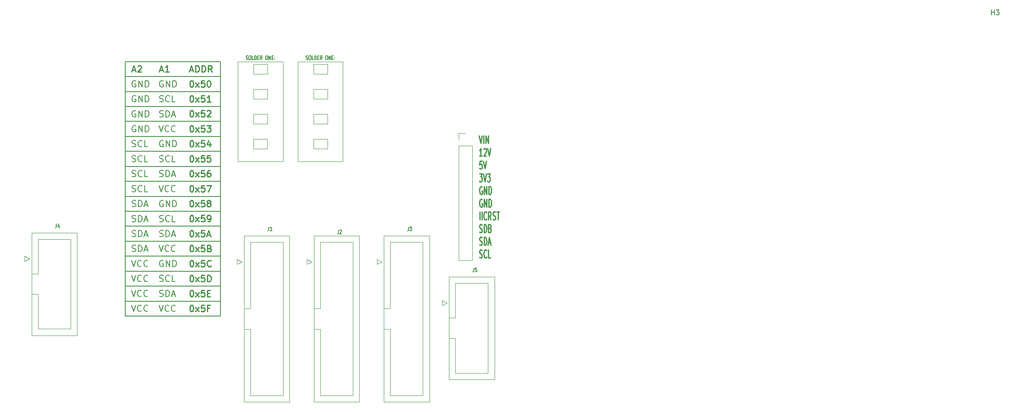
<source format=gbr>
%TF.GenerationSoftware,KiCad,Pcbnew,9.0.6-9.0.6~ubuntu22.04.1*%
%TF.CreationDate,2026-01-07T10:52:52-05:00*%
%TF.ProjectId,Hyperdrift-Display-Controller,48797065-7264-4726-9966-742d44697370,rev?*%
%TF.SameCoordinates,Original*%
%TF.FileFunction,Legend,Top*%
%TF.FilePolarity,Positive*%
%FSLAX46Y46*%
G04 Gerber Fmt 4.6, Leading zero omitted, Abs format (unit mm)*
G04 Created by KiCad (PCBNEW 9.0.6-9.0.6~ubuntu22.04.1) date 2026-01-07 10:52:52*
%MOMM*%
%LPD*%
G01*
G04 APERTURE LIST*
%ADD10C,0.100000*%
%ADD11C,0.225000*%
%ADD12C,0.150000*%
%ADD13C,0.254000*%
%ADD14C,0.158750*%
%ADD15C,0.200000*%
%ADD16C,0.120000*%
G04 APERTURE END LIST*
D10*
X123500000Y-48500000D02*
X132500000Y-48500000D01*
X132500000Y-68500000D01*
X123500000Y-68500000D01*
X123500000Y-48500000D01*
X135500000Y-48500000D02*
X144500000Y-48500000D01*
X144500000Y-68500000D01*
X135500000Y-68500000D01*
X135500000Y-48500000D01*
D11*
X171733740Y-63321530D02*
X172033740Y-64901530D01*
X172033740Y-64901530D02*
X172333740Y-63321530D01*
X172633740Y-64901530D02*
X172633740Y-63321530D01*
X173062311Y-64901530D02*
X173062311Y-63321530D01*
X173062311Y-63321530D02*
X173576597Y-64901530D01*
X173576597Y-64901530D02*
X173576597Y-63321530D01*
X172333740Y-67445242D02*
X171819454Y-67445242D01*
X172076597Y-67445242D02*
X172076597Y-65865242D01*
X172076597Y-65865242D02*
X171990883Y-66090956D01*
X171990883Y-66090956D02*
X171905168Y-66241432D01*
X171905168Y-66241432D02*
X171819454Y-66316670D01*
X172676597Y-66015718D02*
X172719454Y-65940480D01*
X172719454Y-65940480D02*
X172805169Y-65865242D01*
X172805169Y-65865242D02*
X173019454Y-65865242D01*
X173019454Y-65865242D02*
X173105169Y-65940480D01*
X173105169Y-65940480D02*
X173148026Y-66015718D01*
X173148026Y-66015718D02*
X173190883Y-66166194D01*
X173190883Y-66166194D02*
X173190883Y-66316670D01*
X173190883Y-66316670D02*
X173148026Y-66542384D01*
X173148026Y-66542384D02*
X172633740Y-67445242D01*
X172633740Y-67445242D02*
X173190883Y-67445242D01*
X173448026Y-65865242D02*
X173748026Y-67445242D01*
X173748026Y-67445242D02*
X174048026Y-65865242D01*
X172290883Y-68408954D02*
X171862311Y-68408954D01*
X171862311Y-68408954D02*
X171819454Y-69161335D01*
X171819454Y-69161335D02*
X171862311Y-69086096D01*
X171862311Y-69086096D02*
X171948026Y-69010858D01*
X171948026Y-69010858D02*
X172162311Y-69010858D01*
X172162311Y-69010858D02*
X172248026Y-69086096D01*
X172248026Y-69086096D02*
X172290883Y-69161335D01*
X172290883Y-69161335D02*
X172333740Y-69311811D01*
X172333740Y-69311811D02*
X172333740Y-69688001D01*
X172333740Y-69688001D02*
X172290883Y-69838477D01*
X172290883Y-69838477D02*
X172248026Y-69913716D01*
X172248026Y-69913716D02*
X172162311Y-69988954D01*
X172162311Y-69988954D02*
X171948026Y-69988954D01*
X171948026Y-69988954D02*
X171862311Y-69913716D01*
X171862311Y-69913716D02*
X171819454Y-69838477D01*
X172590883Y-68408954D02*
X172890883Y-69988954D01*
X172890883Y-69988954D02*
X173190883Y-68408954D01*
X171776597Y-70952666D02*
X172333740Y-70952666D01*
X172333740Y-70952666D02*
X172033740Y-71554570D01*
X172033740Y-71554570D02*
X172162311Y-71554570D01*
X172162311Y-71554570D02*
X172248026Y-71629808D01*
X172248026Y-71629808D02*
X172290883Y-71705047D01*
X172290883Y-71705047D02*
X172333740Y-71855523D01*
X172333740Y-71855523D02*
X172333740Y-72231713D01*
X172333740Y-72231713D02*
X172290883Y-72382189D01*
X172290883Y-72382189D02*
X172248026Y-72457428D01*
X172248026Y-72457428D02*
X172162311Y-72532666D01*
X172162311Y-72532666D02*
X171905168Y-72532666D01*
X171905168Y-72532666D02*
X171819454Y-72457428D01*
X171819454Y-72457428D02*
X171776597Y-72382189D01*
X172590883Y-70952666D02*
X172890883Y-72532666D01*
X172890883Y-72532666D02*
X173190883Y-70952666D01*
X173405169Y-70952666D02*
X173962312Y-70952666D01*
X173962312Y-70952666D02*
X173662312Y-71554570D01*
X173662312Y-71554570D02*
X173790883Y-71554570D01*
X173790883Y-71554570D02*
X173876598Y-71629808D01*
X173876598Y-71629808D02*
X173919455Y-71705047D01*
X173919455Y-71705047D02*
X173962312Y-71855523D01*
X173962312Y-71855523D02*
X173962312Y-72231713D01*
X173962312Y-72231713D02*
X173919455Y-72382189D01*
X173919455Y-72382189D02*
X173876598Y-72457428D01*
X173876598Y-72457428D02*
X173790883Y-72532666D01*
X173790883Y-72532666D02*
X173533740Y-72532666D01*
X173533740Y-72532666D02*
X173448026Y-72457428D01*
X173448026Y-72457428D02*
X173405169Y-72382189D01*
X172333740Y-73571616D02*
X172248026Y-73496378D01*
X172248026Y-73496378D02*
X172119454Y-73496378D01*
X172119454Y-73496378D02*
X171990883Y-73571616D01*
X171990883Y-73571616D02*
X171905168Y-73722092D01*
X171905168Y-73722092D02*
X171862311Y-73872568D01*
X171862311Y-73872568D02*
X171819454Y-74173520D01*
X171819454Y-74173520D02*
X171819454Y-74399235D01*
X171819454Y-74399235D02*
X171862311Y-74700187D01*
X171862311Y-74700187D02*
X171905168Y-74850663D01*
X171905168Y-74850663D02*
X171990883Y-75001140D01*
X171990883Y-75001140D02*
X172119454Y-75076378D01*
X172119454Y-75076378D02*
X172205168Y-75076378D01*
X172205168Y-75076378D02*
X172333740Y-75001140D01*
X172333740Y-75001140D02*
X172376597Y-74925901D01*
X172376597Y-74925901D02*
X172376597Y-74399235D01*
X172376597Y-74399235D02*
X172205168Y-74399235D01*
X172762311Y-75076378D02*
X172762311Y-73496378D01*
X172762311Y-73496378D02*
X173276597Y-75076378D01*
X173276597Y-75076378D02*
X173276597Y-73496378D01*
X173705168Y-75076378D02*
X173705168Y-73496378D01*
X173705168Y-73496378D02*
X173919454Y-73496378D01*
X173919454Y-73496378D02*
X174048025Y-73571616D01*
X174048025Y-73571616D02*
X174133740Y-73722092D01*
X174133740Y-73722092D02*
X174176597Y-73872568D01*
X174176597Y-73872568D02*
X174219454Y-74173520D01*
X174219454Y-74173520D02*
X174219454Y-74399235D01*
X174219454Y-74399235D02*
X174176597Y-74700187D01*
X174176597Y-74700187D02*
X174133740Y-74850663D01*
X174133740Y-74850663D02*
X174048025Y-75001140D01*
X174048025Y-75001140D02*
X173919454Y-75076378D01*
X173919454Y-75076378D02*
X173705168Y-75076378D01*
X172333740Y-76115328D02*
X172248026Y-76040090D01*
X172248026Y-76040090D02*
X172119454Y-76040090D01*
X172119454Y-76040090D02*
X171990883Y-76115328D01*
X171990883Y-76115328D02*
X171905168Y-76265804D01*
X171905168Y-76265804D02*
X171862311Y-76416280D01*
X171862311Y-76416280D02*
X171819454Y-76717232D01*
X171819454Y-76717232D02*
X171819454Y-76942947D01*
X171819454Y-76942947D02*
X171862311Y-77243899D01*
X171862311Y-77243899D02*
X171905168Y-77394375D01*
X171905168Y-77394375D02*
X171990883Y-77544852D01*
X171990883Y-77544852D02*
X172119454Y-77620090D01*
X172119454Y-77620090D02*
X172205168Y-77620090D01*
X172205168Y-77620090D02*
X172333740Y-77544852D01*
X172333740Y-77544852D02*
X172376597Y-77469613D01*
X172376597Y-77469613D02*
X172376597Y-76942947D01*
X172376597Y-76942947D02*
X172205168Y-76942947D01*
X172762311Y-77620090D02*
X172762311Y-76040090D01*
X172762311Y-76040090D02*
X173276597Y-77620090D01*
X173276597Y-77620090D02*
X173276597Y-76040090D01*
X173705168Y-77620090D02*
X173705168Y-76040090D01*
X173705168Y-76040090D02*
X173919454Y-76040090D01*
X173919454Y-76040090D02*
X174048025Y-76115328D01*
X174048025Y-76115328D02*
X174133740Y-76265804D01*
X174133740Y-76265804D02*
X174176597Y-76416280D01*
X174176597Y-76416280D02*
X174219454Y-76717232D01*
X174219454Y-76717232D02*
X174219454Y-76942947D01*
X174219454Y-76942947D02*
X174176597Y-77243899D01*
X174176597Y-77243899D02*
X174133740Y-77394375D01*
X174133740Y-77394375D02*
X174048025Y-77544852D01*
X174048025Y-77544852D02*
X173919454Y-77620090D01*
X173919454Y-77620090D02*
X173705168Y-77620090D01*
X171862311Y-80163802D02*
X171862311Y-78583802D01*
X172290882Y-80163802D02*
X172290882Y-78583802D01*
X173233739Y-80013325D02*
X173190882Y-80088564D01*
X173190882Y-80088564D02*
X173062310Y-80163802D01*
X173062310Y-80163802D02*
X172976596Y-80163802D01*
X172976596Y-80163802D02*
X172848025Y-80088564D01*
X172848025Y-80088564D02*
X172762310Y-79938087D01*
X172762310Y-79938087D02*
X172719453Y-79787611D01*
X172719453Y-79787611D02*
X172676596Y-79486659D01*
X172676596Y-79486659D02*
X172676596Y-79260944D01*
X172676596Y-79260944D02*
X172719453Y-78959992D01*
X172719453Y-78959992D02*
X172762310Y-78809516D01*
X172762310Y-78809516D02*
X172848025Y-78659040D01*
X172848025Y-78659040D02*
X172976596Y-78583802D01*
X172976596Y-78583802D02*
X173062310Y-78583802D01*
X173062310Y-78583802D02*
X173190882Y-78659040D01*
X173190882Y-78659040D02*
X173233739Y-78734278D01*
X174133739Y-80163802D02*
X173833739Y-79411421D01*
X173619453Y-80163802D02*
X173619453Y-78583802D01*
X173619453Y-78583802D02*
X173962310Y-78583802D01*
X173962310Y-78583802D02*
X174048025Y-78659040D01*
X174048025Y-78659040D02*
X174090882Y-78734278D01*
X174090882Y-78734278D02*
X174133739Y-78884754D01*
X174133739Y-78884754D02*
X174133739Y-79110468D01*
X174133739Y-79110468D02*
X174090882Y-79260944D01*
X174090882Y-79260944D02*
X174048025Y-79336183D01*
X174048025Y-79336183D02*
X173962310Y-79411421D01*
X173962310Y-79411421D02*
X173619453Y-79411421D01*
X174476596Y-80088564D02*
X174605168Y-80163802D01*
X174605168Y-80163802D02*
X174819453Y-80163802D01*
X174819453Y-80163802D02*
X174905168Y-80088564D01*
X174905168Y-80088564D02*
X174948025Y-80013325D01*
X174948025Y-80013325D02*
X174990882Y-79862849D01*
X174990882Y-79862849D02*
X174990882Y-79712373D01*
X174990882Y-79712373D02*
X174948025Y-79561897D01*
X174948025Y-79561897D02*
X174905168Y-79486659D01*
X174905168Y-79486659D02*
X174819453Y-79411421D01*
X174819453Y-79411421D02*
X174648025Y-79336183D01*
X174648025Y-79336183D02*
X174562310Y-79260944D01*
X174562310Y-79260944D02*
X174519453Y-79185706D01*
X174519453Y-79185706D02*
X174476596Y-79035230D01*
X174476596Y-79035230D02*
X174476596Y-78884754D01*
X174476596Y-78884754D02*
X174519453Y-78734278D01*
X174519453Y-78734278D02*
X174562310Y-78659040D01*
X174562310Y-78659040D02*
X174648025Y-78583802D01*
X174648025Y-78583802D02*
X174862310Y-78583802D01*
X174862310Y-78583802D02*
X174990882Y-78659040D01*
X175248025Y-78583802D02*
X175762311Y-78583802D01*
X175505168Y-80163802D02*
X175505168Y-78583802D01*
X171819454Y-82632276D02*
X171948026Y-82707514D01*
X171948026Y-82707514D02*
X172162311Y-82707514D01*
X172162311Y-82707514D02*
X172248026Y-82632276D01*
X172248026Y-82632276D02*
X172290883Y-82557037D01*
X172290883Y-82557037D02*
X172333740Y-82406561D01*
X172333740Y-82406561D02*
X172333740Y-82256085D01*
X172333740Y-82256085D02*
X172290883Y-82105609D01*
X172290883Y-82105609D02*
X172248026Y-82030371D01*
X172248026Y-82030371D02*
X172162311Y-81955133D01*
X172162311Y-81955133D02*
X171990883Y-81879895D01*
X171990883Y-81879895D02*
X171905168Y-81804656D01*
X171905168Y-81804656D02*
X171862311Y-81729418D01*
X171862311Y-81729418D02*
X171819454Y-81578942D01*
X171819454Y-81578942D02*
X171819454Y-81428466D01*
X171819454Y-81428466D02*
X171862311Y-81277990D01*
X171862311Y-81277990D02*
X171905168Y-81202752D01*
X171905168Y-81202752D02*
X171990883Y-81127514D01*
X171990883Y-81127514D02*
X172205168Y-81127514D01*
X172205168Y-81127514D02*
X172333740Y-81202752D01*
X172719454Y-82707514D02*
X172719454Y-81127514D01*
X172719454Y-81127514D02*
X172933740Y-81127514D01*
X172933740Y-81127514D02*
X173062311Y-81202752D01*
X173062311Y-81202752D02*
X173148026Y-81353228D01*
X173148026Y-81353228D02*
X173190883Y-81503704D01*
X173190883Y-81503704D02*
X173233740Y-81804656D01*
X173233740Y-81804656D02*
X173233740Y-82030371D01*
X173233740Y-82030371D02*
X173190883Y-82331323D01*
X173190883Y-82331323D02*
X173148026Y-82481799D01*
X173148026Y-82481799D02*
X173062311Y-82632276D01*
X173062311Y-82632276D02*
X172933740Y-82707514D01*
X172933740Y-82707514D02*
X172719454Y-82707514D01*
X173919454Y-81879895D02*
X174048026Y-81955133D01*
X174048026Y-81955133D02*
X174090883Y-82030371D01*
X174090883Y-82030371D02*
X174133740Y-82180847D01*
X174133740Y-82180847D02*
X174133740Y-82406561D01*
X174133740Y-82406561D02*
X174090883Y-82557037D01*
X174090883Y-82557037D02*
X174048026Y-82632276D01*
X174048026Y-82632276D02*
X173962311Y-82707514D01*
X173962311Y-82707514D02*
X173619454Y-82707514D01*
X173619454Y-82707514D02*
X173619454Y-81127514D01*
X173619454Y-81127514D02*
X173919454Y-81127514D01*
X173919454Y-81127514D02*
X174005169Y-81202752D01*
X174005169Y-81202752D02*
X174048026Y-81277990D01*
X174048026Y-81277990D02*
X174090883Y-81428466D01*
X174090883Y-81428466D02*
X174090883Y-81578942D01*
X174090883Y-81578942D02*
X174048026Y-81729418D01*
X174048026Y-81729418D02*
X174005169Y-81804656D01*
X174005169Y-81804656D02*
X173919454Y-81879895D01*
X173919454Y-81879895D02*
X173619454Y-81879895D01*
X171819454Y-85175988D02*
X171948026Y-85251226D01*
X171948026Y-85251226D02*
X172162311Y-85251226D01*
X172162311Y-85251226D02*
X172248026Y-85175988D01*
X172248026Y-85175988D02*
X172290883Y-85100749D01*
X172290883Y-85100749D02*
X172333740Y-84950273D01*
X172333740Y-84950273D02*
X172333740Y-84799797D01*
X172333740Y-84799797D02*
X172290883Y-84649321D01*
X172290883Y-84649321D02*
X172248026Y-84574083D01*
X172248026Y-84574083D02*
X172162311Y-84498845D01*
X172162311Y-84498845D02*
X171990883Y-84423607D01*
X171990883Y-84423607D02*
X171905168Y-84348368D01*
X171905168Y-84348368D02*
X171862311Y-84273130D01*
X171862311Y-84273130D02*
X171819454Y-84122654D01*
X171819454Y-84122654D02*
X171819454Y-83972178D01*
X171819454Y-83972178D02*
X171862311Y-83821702D01*
X171862311Y-83821702D02*
X171905168Y-83746464D01*
X171905168Y-83746464D02*
X171990883Y-83671226D01*
X171990883Y-83671226D02*
X172205168Y-83671226D01*
X172205168Y-83671226D02*
X172333740Y-83746464D01*
X172719454Y-85251226D02*
X172719454Y-83671226D01*
X172719454Y-83671226D02*
X172933740Y-83671226D01*
X172933740Y-83671226D02*
X173062311Y-83746464D01*
X173062311Y-83746464D02*
X173148026Y-83896940D01*
X173148026Y-83896940D02*
X173190883Y-84047416D01*
X173190883Y-84047416D02*
X173233740Y-84348368D01*
X173233740Y-84348368D02*
X173233740Y-84574083D01*
X173233740Y-84574083D02*
X173190883Y-84875035D01*
X173190883Y-84875035D02*
X173148026Y-85025511D01*
X173148026Y-85025511D02*
X173062311Y-85175988D01*
X173062311Y-85175988D02*
X172933740Y-85251226D01*
X172933740Y-85251226D02*
X172719454Y-85251226D01*
X173576597Y-84799797D02*
X174005169Y-84799797D01*
X173490883Y-85251226D02*
X173790883Y-83671226D01*
X173790883Y-83671226D02*
X174090883Y-85251226D01*
X171819454Y-87719700D02*
X171948026Y-87794938D01*
X171948026Y-87794938D02*
X172162311Y-87794938D01*
X172162311Y-87794938D02*
X172248026Y-87719700D01*
X172248026Y-87719700D02*
X172290883Y-87644461D01*
X172290883Y-87644461D02*
X172333740Y-87493985D01*
X172333740Y-87493985D02*
X172333740Y-87343509D01*
X172333740Y-87343509D02*
X172290883Y-87193033D01*
X172290883Y-87193033D02*
X172248026Y-87117795D01*
X172248026Y-87117795D02*
X172162311Y-87042557D01*
X172162311Y-87042557D02*
X171990883Y-86967319D01*
X171990883Y-86967319D02*
X171905168Y-86892080D01*
X171905168Y-86892080D02*
X171862311Y-86816842D01*
X171862311Y-86816842D02*
X171819454Y-86666366D01*
X171819454Y-86666366D02*
X171819454Y-86515890D01*
X171819454Y-86515890D02*
X171862311Y-86365414D01*
X171862311Y-86365414D02*
X171905168Y-86290176D01*
X171905168Y-86290176D02*
X171990883Y-86214938D01*
X171990883Y-86214938D02*
X172205168Y-86214938D01*
X172205168Y-86214938D02*
X172333740Y-86290176D01*
X173233740Y-87644461D02*
X173190883Y-87719700D01*
X173190883Y-87719700D02*
X173062311Y-87794938D01*
X173062311Y-87794938D02*
X172976597Y-87794938D01*
X172976597Y-87794938D02*
X172848026Y-87719700D01*
X172848026Y-87719700D02*
X172762311Y-87569223D01*
X172762311Y-87569223D02*
X172719454Y-87418747D01*
X172719454Y-87418747D02*
X172676597Y-87117795D01*
X172676597Y-87117795D02*
X172676597Y-86892080D01*
X172676597Y-86892080D02*
X172719454Y-86591128D01*
X172719454Y-86591128D02*
X172762311Y-86440652D01*
X172762311Y-86440652D02*
X172848026Y-86290176D01*
X172848026Y-86290176D02*
X172976597Y-86214938D01*
X172976597Y-86214938D02*
X173062311Y-86214938D01*
X173062311Y-86214938D02*
X173190883Y-86290176D01*
X173190883Y-86290176D02*
X173233740Y-86365414D01*
X174048026Y-87794938D02*
X173619454Y-87794938D01*
X173619454Y-87794938D02*
X173619454Y-86214938D01*
D12*
X125128572Y-48106200D02*
X125214287Y-48144295D01*
X125214287Y-48144295D02*
X125357144Y-48144295D01*
X125357144Y-48144295D02*
X125414287Y-48106200D01*
X125414287Y-48106200D02*
X125442858Y-48068104D01*
X125442858Y-48068104D02*
X125471429Y-47991914D01*
X125471429Y-47991914D02*
X125471429Y-47915723D01*
X125471429Y-47915723D02*
X125442858Y-47839533D01*
X125442858Y-47839533D02*
X125414287Y-47801438D01*
X125414287Y-47801438D02*
X125357144Y-47763342D01*
X125357144Y-47763342D02*
X125242858Y-47725247D01*
X125242858Y-47725247D02*
X125185715Y-47687152D01*
X125185715Y-47687152D02*
X125157144Y-47649057D01*
X125157144Y-47649057D02*
X125128572Y-47572866D01*
X125128572Y-47572866D02*
X125128572Y-47496676D01*
X125128572Y-47496676D02*
X125157144Y-47420485D01*
X125157144Y-47420485D02*
X125185715Y-47382390D01*
X125185715Y-47382390D02*
X125242858Y-47344295D01*
X125242858Y-47344295D02*
X125385715Y-47344295D01*
X125385715Y-47344295D02*
X125471429Y-47382390D01*
X125842858Y-47344295D02*
X125957144Y-47344295D01*
X125957144Y-47344295D02*
X126014287Y-47382390D01*
X126014287Y-47382390D02*
X126071430Y-47458580D01*
X126071430Y-47458580D02*
X126100001Y-47610961D01*
X126100001Y-47610961D02*
X126100001Y-47877628D01*
X126100001Y-47877628D02*
X126071430Y-48030009D01*
X126071430Y-48030009D02*
X126014287Y-48106200D01*
X126014287Y-48106200D02*
X125957144Y-48144295D01*
X125957144Y-48144295D02*
X125842858Y-48144295D01*
X125842858Y-48144295D02*
X125785716Y-48106200D01*
X125785716Y-48106200D02*
X125728573Y-48030009D01*
X125728573Y-48030009D02*
X125700001Y-47877628D01*
X125700001Y-47877628D02*
X125700001Y-47610961D01*
X125700001Y-47610961D02*
X125728573Y-47458580D01*
X125728573Y-47458580D02*
X125785716Y-47382390D01*
X125785716Y-47382390D02*
X125842858Y-47344295D01*
X126642858Y-48144295D02*
X126357144Y-48144295D01*
X126357144Y-48144295D02*
X126357144Y-47344295D01*
X126842858Y-48144295D02*
X126842858Y-47344295D01*
X126842858Y-47344295D02*
X126985715Y-47344295D01*
X126985715Y-47344295D02*
X127071429Y-47382390D01*
X127071429Y-47382390D02*
X127128572Y-47458580D01*
X127128572Y-47458580D02*
X127157143Y-47534771D01*
X127157143Y-47534771D02*
X127185715Y-47687152D01*
X127185715Y-47687152D02*
X127185715Y-47801438D01*
X127185715Y-47801438D02*
X127157143Y-47953819D01*
X127157143Y-47953819D02*
X127128572Y-48030009D01*
X127128572Y-48030009D02*
X127071429Y-48106200D01*
X127071429Y-48106200D02*
X126985715Y-48144295D01*
X126985715Y-48144295D02*
X126842858Y-48144295D01*
X127442858Y-47725247D02*
X127642858Y-47725247D01*
X127728572Y-48144295D02*
X127442858Y-48144295D01*
X127442858Y-48144295D02*
X127442858Y-47344295D01*
X127442858Y-47344295D02*
X127728572Y-47344295D01*
X128328572Y-48144295D02*
X128128572Y-47763342D01*
X127985715Y-48144295D02*
X127985715Y-47344295D01*
X127985715Y-47344295D02*
X128214286Y-47344295D01*
X128214286Y-47344295D02*
X128271429Y-47382390D01*
X128271429Y-47382390D02*
X128300000Y-47420485D01*
X128300000Y-47420485D02*
X128328572Y-47496676D01*
X128328572Y-47496676D02*
X128328572Y-47610961D01*
X128328572Y-47610961D02*
X128300000Y-47687152D01*
X128300000Y-47687152D02*
X128271429Y-47725247D01*
X128271429Y-47725247D02*
X128214286Y-47763342D01*
X128214286Y-47763342D02*
X127985715Y-47763342D01*
X129157143Y-47344295D02*
X129271429Y-47344295D01*
X129271429Y-47344295D02*
X129328572Y-47382390D01*
X129328572Y-47382390D02*
X129385715Y-47458580D01*
X129385715Y-47458580D02*
X129414286Y-47610961D01*
X129414286Y-47610961D02*
X129414286Y-47877628D01*
X129414286Y-47877628D02*
X129385715Y-48030009D01*
X129385715Y-48030009D02*
X129328572Y-48106200D01*
X129328572Y-48106200D02*
X129271429Y-48144295D01*
X129271429Y-48144295D02*
X129157143Y-48144295D01*
X129157143Y-48144295D02*
X129100001Y-48106200D01*
X129100001Y-48106200D02*
X129042858Y-48030009D01*
X129042858Y-48030009D02*
X129014286Y-47877628D01*
X129014286Y-47877628D02*
X129014286Y-47610961D01*
X129014286Y-47610961D02*
X129042858Y-47458580D01*
X129042858Y-47458580D02*
X129100001Y-47382390D01*
X129100001Y-47382390D02*
X129157143Y-47344295D01*
X129671429Y-48144295D02*
X129671429Y-47344295D01*
X129671429Y-47344295D02*
X130014286Y-48144295D01*
X130014286Y-48144295D02*
X130014286Y-47344295D01*
X130300000Y-47725247D02*
X130500000Y-47725247D01*
X130585714Y-48144295D02*
X130300000Y-48144295D01*
X130300000Y-48144295D02*
X130300000Y-47344295D01*
X130300000Y-47344295D02*
X130585714Y-47344295D01*
X130842857Y-48068104D02*
X130871428Y-48106200D01*
X130871428Y-48106200D02*
X130842857Y-48144295D01*
X130842857Y-48144295D02*
X130814285Y-48106200D01*
X130814285Y-48106200D02*
X130842857Y-48068104D01*
X130842857Y-48068104D02*
X130842857Y-48144295D01*
X130842857Y-47649057D02*
X130871428Y-47687152D01*
X130871428Y-47687152D02*
X130842857Y-47725247D01*
X130842857Y-47725247D02*
X130814285Y-47687152D01*
X130814285Y-47687152D02*
X130842857Y-47649057D01*
X130842857Y-47649057D02*
X130842857Y-47725247D01*
X137128572Y-48106200D02*
X137214287Y-48144295D01*
X137214287Y-48144295D02*
X137357144Y-48144295D01*
X137357144Y-48144295D02*
X137414287Y-48106200D01*
X137414287Y-48106200D02*
X137442858Y-48068104D01*
X137442858Y-48068104D02*
X137471429Y-47991914D01*
X137471429Y-47991914D02*
X137471429Y-47915723D01*
X137471429Y-47915723D02*
X137442858Y-47839533D01*
X137442858Y-47839533D02*
X137414287Y-47801438D01*
X137414287Y-47801438D02*
X137357144Y-47763342D01*
X137357144Y-47763342D02*
X137242858Y-47725247D01*
X137242858Y-47725247D02*
X137185715Y-47687152D01*
X137185715Y-47687152D02*
X137157144Y-47649057D01*
X137157144Y-47649057D02*
X137128572Y-47572866D01*
X137128572Y-47572866D02*
X137128572Y-47496676D01*
X137128572Y-47496676D02*
X137157144Y-47420485D01*
X137157144Y-47420485D02*
X137185715Y-47382390D01*
X137185715Y-47382390D02*
X137242858Y-47344295D01*
X137242858Y-47344295D02*
X137385715Y-47344295D01*
X137385715Y-47344295D02*
X137471429Y-47382390D01*
X137842858Y-47344295D02*
X137957144Y-47344295D01*
X137957144Y-47344295D02*
X138014287Y-47382390D01*
X138014287Y-47382390D02*
X138071430Y-47458580D01*
X138071430Y-47458580D02*
X138100001Y-47610961D01*
X138100001Y-47610961D02*
X138100001Y-47877628D01*
X138100001Y-47877628D02*
X138071430Y-48030009D01*
X138071430Y-48030009D02*
X138014287Y-48106200D01*
X138014287Y-48106200D02*
X137957144Y-48144295D01*
X137957144Y-48144295D02*
X137842858Y-48144295D01*
X137842858Y-48144295D02*
X137785716Y-48106200D01*
X137785716Y-48106200D02*
X137728573Y-48030009D01*
X137728573Y-48030009D02*
X137700001Y-47877628D01*
X137700001Y-47877628D02*
X137700001Y-47610961D01*
X137700001Y-47610961D02*
X137728573Y-47458580D01*
X137728573Y-47458580D02*
X137785716Y-47382390D01*
X137785716Y-47382390D02*
X137842858Y-47344295D01*
X138642858Y-48144295D02*
X138357144Y-48144295D01*
X138357144Y-48144295D02*
X138357144Y-47344295D01*
X138842858Y-48144295D02*
X138842858Y-47344295D01*
X138842858Y-47344295D02*
X138985715Y-47344295D01*
X138985715Y-47344295D02*
X139071429Y-47382390D01*
X139071429Y-47382390D02*
X139128572Y-47458580D01*
X139128572Y-47458580D02*
X139157143Y-47534771D01*
X139157143Y-47534771D02*
X139185715Y-47687152D01*
X139185715Y-47687152D02*
X139185715Y-47801438D01*
X139185715Y-47801438D02*
X139157143Y-47953819D01*
X139157143Y-47953819D02*
X139128572Y-48030009D01*
X139128572Y-48030009D02*
X139071429Y-48106200D01*
X139071429Y-48106200D02*
X138985715Y-48144295D01*
X138985715Y-48144295D02*
X138842858Y-48144295D01*
X139442858Y-47725247D02*
X139642858Y-47725247D01*
X139728572Y-48144295D02*
X139442858Y-48144295D01*
X139442858Y-48144295D02*
X139442858Y-47344295D01*
X139442858Y-47344295D02*
X139728572Y-47344295D01*
X140328572Y-48144295D02*
X140128572Y-47763342D01*
X139985715Y-48144295D02*
X139985715Y-47344295D01*
X139985715Y-47344295D02*
X140214286Y-47344295D01*
X140214286Y-47344295D02*
X140271429Y-47382390D01*
X140271429Y-47382390D02*
X140300000Y-47420485D01*
X140300000Y-47420485D02*
X140328572Y-47496676D01*
X140328572Y-47496676D02*
X140328572Y-47610961D01*
X140328572Y-47610961D02*
X140300000Y-47687152D01*
X140300000Y-47687152D02*
X140271429Y-47725247D01*
X140271429Y-47725247D02*
X140214286Y-47763342D01*
X140214286Y-47763342D02*
X139985715Y-47763342D01*
X141157143Y-47344295D02*
X141271429Y-47344295D01*
X141271429Y-47344295D02*
X141328572Y-47382390D01*
X141328572Y-47382390D02*
X141385715Y-47458580D01*
X141385715Y-47458580D02*
X141414286Y-47610961D01*
X141414286Y-47610961D02*
X141414286Y-47877628D01*
X141414286Y-47877628D02*
X141385715Y-48030009D01*
X141385715Y-48030009D02*
X141328572Y-48106200D01*
X141328572Y-48106200D02*
X141271429Y-48144295D01*
X141271429Y-48144295D02*
X141157143Y-48144295D01*
X141157143Y-48144295D02*
X141100001Y-48106200D01*
X141100001Y-48106200D02*
X141042858Y-48030009D01*
X141042858Y-48030009D02*
X141014286Y-47877628D01*
X141014286Y-47877628D02*
X141014286Y-47610961D01*
X141014286Y-47610961D02*
X141042858Y-47458580D01*
X141042858Y-47458580D02*
X141100001Y-47382390D01*
X141100001Y-47382390D02*
X141157143Y-47344295D01*
X141671429Y-48144295D02*
X141671429Y-47344295D01*
X141671429Y-47344295D02*
X142014286Y-48144295D01*
X142014286Y-48144295D02*
X142014286Y-47344295D01*
X142300000Y-47725247D02*
X142500000Y-47725247D01*
X142585714Y-48144295D02*
X142300000Y-48144295D01*
X142300000Y-48144295D02*
X142300000Y-47344295D01*
X142300000Y-47344295D02*
X142585714Y-47344295D01*
X142842857Y-48068104D02*
X142871428Y-48106200D01*
X142871428Y-48106200D02*
X142842857Y-48144295D01*
X142842857Y-48144295D02*
X142814285Y-48106200D01*
X142814285Y-48106200D02*
X142842857Y-48068104D01*
X142842857Y-48068104D02*
X142842857Y-48144295D01*
X142842857Y-47649057D02*
X142871428Y-47687152D01*
X142871428Y-47687152D02*
X142842857Y-47725247D01*
X142842857Y-47725247D02*
X142814285Y-47687152D01*
X142814285Y-47687152D02*
X142842857Y-47649057D01*
X142842857Y-47649057D02*
X142842857Y-47725247D01*
D13*
X102361509Y-50211461D02*
X102966271Y-50211461D01*
X102240557Y-50574318D02*
X102663890Y-49304318D01*
X102663890Y-49304318D02*
X103087224Y-50574318D01*
X103450080Y-49425270D02*
X103510556Y-49364794D01*
X103510556Y-49364794D02*
X103631509Y-49304318D01*
X103631509Y-49304318D02*
X103933890Y-49304318D01*
X103933890Y-49304318D02*
X104054842Y-49364794D01*
X104054842Y-49364794D02*
X104115318Y-49425270D01*
X104115318Y-49425270D02*
X104175795Y-49546222D01*
X104175795Y-49546222D02*
X104175795Y-49667175D01*
X104175795Y-49667175D02*
X104115318Y-49848603D01*
X104115318Y-49848603D02*
X103389604Y-50574318D01*
X103389604Y-50574318D02*
X104175795Y-50574318D01*
X107861509Y-50211461D02*
X108466271Y-50211461D01*
X107740557Y-50574318D02*
X108163890Y-49304318D01*
X108163890Y-49304318D02*
X108587224Y-50574318D01*
X109675795Y-50574318D02*
X108950080Y-50574318D01*
X109312937Y-50574318D02*
X109312937Y-49304318D01*
X109312937Y-49304318D02*
X109191985Y-49485746D01*
X109191985Y-49485746D02*
X109071033Y-49606699D01*
X109071033Y-49606699D02*
X108950080Y-49667175D01*
X113861509Y-50211461D02*
X114466271Y-50211461D01*
X113740557Y-50574318D02*
X114163890Y-49304318D01*
X114163890Y-49304318D02*
X114587224Y-50574318D01*
X115010556Y-50574318D02*
X115010556Y-49304318D01*
X115010556Y-49304318D02*
X115312937Y-49304318D01*
X115312937Y-49304318D02*
X115494366Y-49364794D01*
X115494366Y-49364794D02*
X115615318Y-49485746D01*
X115615318Y-49485746D02*
X115675795Y-49606699D01*
X115675795Y-49606699D02*
X115736271Y-49848603D01*
X115736271Y-49848603D02*
X115736271Y-50030032D01*
X115736271Y-50030032D02*
X115675795Y-50271937D01*
X115675795Y-50271937D02*
X115615318Y-50392889D01*
X115615318Y-50392889D02*
X115494366Y-50513842D01*
X115494366Y-50513842D02*
X115312937Y-50574318D01*
X115312937Y-50574318D02*
X115010556Y-50574318D01*
X116280556Y-50574318D02*
X116280556Y-49304318D01*
X116280556Y-49304318D02*
X116582937Y-49304318D01*
X116582937Y-49304318D02*
X116764366Y-49364794D01*
X116764366Y-49364794D02*
X116885318Y-49485746D01*
X116885318Y-49485746D02*
X116945795Y-49606699D01*
X116945795Y-49606699D02*
X117006271Y-49848603D01*
X117006271Y-49848603D02*
X117006271Y-50030032D01*
X117006271Y-50030032D02*
X116945795Y-50271937D01*
X116945795Y-50271937D02*
X116885318Y-50392889D01*
X116885318Y-50392889D02*
X116764366Y-50513842D01*
X116764366Y-50513842D02*
X116582937Y-50574318D01*
X116582937Y-50574318D02*
X116280556Y-50574318D01*
X118276271Y-50574318D02*
X117852937Y-49969556D01*
X117550556Y-50574318D02*
X117550556Y-49304318D01*
X117550556Y-49304318D02*
X118034366Y-49304318D01*
X118034366Y-49304318D02*
X118155318Y-49364794D01*
X118155318Y-49364794D02*
X118215795Y-49425270D01*
X118215795Y-49425270D02*
X118276271Y-49546222D01*
X118276271Y-49546222D02*
X118276271Y-49727651D01*
X118276271Y-49727651D02*
X118215795Y-49848603D01*
X118215795Y-49848603D02*
X118155318Y-49909080D01*
X118155318Y-49909080D02*
X118034366Y-49969556D01*
X118034366Y-49969556D02*
X117550556Y-49969556D01*
D14*
X103024559Y-52369747D02*
X102903606Y-52309271D01*
X102903606Y-52309271D02*
X102722178Y-52309271D01*
X102722178Y-52309271D02*
X102540749Y-52369747D01*
X102540749Y-52369747D02*
X102419797Y-52490699D01*
X102419797Y-52490699D02*
X102359320Y-52611652D01*
X102359320Y-52611652D02*
X102298844Y-52853556D01*
X102298844Y-52853556D02*
X102298844Y-53034985D01*
X102298844Y-53034985D02*
X102359320Y-53276890D01*
X102359320Y-53276890D02*
X102419797Y-53397842D01*
X102419797Y-53397842D02*
X102540749Y-53518795D01*
X102540749Y-53518795D02*
X102722178Y-53579271D01*
X102722178Y-53579271D02*
X102843130Y-53579271D01*
X102843130Y-53579271D02*
X103024559Y-53518795D01*
X103024559Y-53518795D02*
X103085035Y-53458318D01*
X103085035Y-53458318D02*
X103085035Y-53034985D01*
X103085035Y-53034985D02*
X102843130Y-53034985D01*
X103629320Y-53579271D02*
X103629320Y-52309271D01*
X103629320Y-52309271D02*
X104355035Y-53579271D01*
X104355035Y-53579271D02*
X104355035Y-52309271D01*
X104959796Y-53579271D02*
X104959796Y-52309271D01*
X104959796Y-52309271D02*
X105262177Y-52309271D01*
X105262177Y-52309271D02*
X105443606Y-52369747D01*
X105443606Y-52369747D02*
X105564558Y-52490699D01*
X105564558Y-52490699D02*
X105625035Y-52611652D01*
X105625035Y-52611652D02*
X105685511Y-52853556D01*
X105685511Y-52853556D02*
X105685511Y-53034985D01*
X105685511Y-53034985D02*
X105625035Y-53276890D01*
X105625035Y-53276890D02*
X105564558Y-53397842D01*
X105564558Y-53397842D02*
X105443606Y-53518795D01*
X105443606Y-53518795D02*
X105262177Y-53579271D01*
X105262177Y-53579271D02*
X104959796Y-53579271D01*
X108524559Y-52369747D02*
X108403606Y-52309271D01*
X108403606Y-52309271D02*
X108222178Y-52309271D01*
X108222178Y-52309271D02*
X108040749Y-52369747D01*
X108040749Y-52369747D02*
X107919797Y-52490699D01*
X107919797Y-52490699D02*
X107859320Y-52611652D01*
X107859320Y-52611652D02*
X107798844Y-52853556D01*
X107798844Y-52853556D02*
X107798844Y-53034985D01*
X107798844Y-53034985D02*
X107859320Y-53276890D01*
X107859320Y-53276890D02*
X107919797Y-53397842D01*
X107919797Y-53397842D02*
X108040749Y-53518795D01*
X108040749Y-53518795D02*
X108222178Y-53579271D01*
X108222178Y-53579271D02*
X108343130Y-53579271D01*
X108343130Y-53579271D02*
X108524559Y-53518795D01*
X108524559Y-53518795D02*
X108585035Y-53458318D01*
X108585035Y-53458318D02*
X108585035Y-53034985D01*
X108585035Y-53034985D02*
X108343130Y-53034985D01*
X109129320Y-53579271D02*
X109129320Y-52309271D01*
X109129320Y-52309271D02*
X109855035Y-53579271D01*
X109855035Y-53579271D02*
X109855035Y-52309271D01*
X110459796Y-53579271D02*
X110459796Y-52309271D01*
X110459796Y-52309271D02*
X110762177Y-52309271D01*
X110762177Y-52309271D02*
X110943606Y-52369747D01*
X110943606Y-52369747D02*
X111064558Y-52490699D01*
X111064558Y-52490699D02*
X111125035Y-52611652D01*
X111125035Y-52611652D02*
X111185511Y-52853556D01*
X111185511Y-52853556D02*
X111185511Y-53034985D01*
X111185511Y-53034985D02*
X111125035Y-53276890D01*
X111125035Y-53276890D02*
X111064558Y-53397842D01*
X111064558Y-53397842D02*
X110943606Y-53518795D01*
X110943606Y-53518795D02*
X110762177Y-53579271D01*
X110762177Y-53579271D02*
X110459796Y-53579271D01*
D13*
X114163890Y-52304318D02*
X114284843Y-52304318D01*
X114284843Y-52304318D02*
X114405795Y-52364794D01*
X114405795Y-52364794D02*
X114466271Y-52425270D01*
X114466271Y-52425270D02*
X114526747Y-52546222D01*
X114526747Y-52546222D02*
X114587224Y-52788127D01*
X114587224Y-52788127D02*
X114587224Y-53090508D01*
X114587224Y-53090508D02*
X114526747Y-53332413D01*
X114526747Y-53332413D02*
X114466271Y-53453365D01*
X114466271Y-53453365D02*
X114405795Y-53513842D01*
X114405795Y-53513842D02*
X114284843Y-53574318D01*
X114284843Y-53574318D02*
X114163890Y-53574318D01*
X114163890Y-53574318D02*
X114042938Y-53513842D01*
X114042938Y-53513842D02*
X113982462Y-53453365D01*
X113982462Y-53453365D02*
X113921985Y-53332413D01*
X113921985Y-53332413D02*
X113861509Y-53090508D01*
X113861509Y-53090508D02*
X113861509Y-52788127D01*
X113861509Y-52788127D02*
X113921985Y-52546222D01*
X113921985Y-52546222D02*
X113982462Y-52425270D01*
X113982462Y-52425270D02*
X114042938Y-52364794D01*
X114042938Y-52364794D02*
X114163890Y-52304318D01*
X115010557Y-53574318D02*
X115675795Y-52727651D01*
X115010557Y-52727651D02*
X115675795Y-53574318D01*
X116764366Y-52304318D02*
X116159604Y-52304318D01*
X116159604Y-52304318D02*
X116099128Y-52909080D01*
X116099128Y-52909080D02*
X116159604Y-52848603D01*
X116159604Y-52848603D02*
X116280557Y-52788127D01*
X116280557Y-52788127D02*
X116582938Y-52788127D01*
X116582938Y-52788127D02*
X116703890Y-52848603D01*
X116703890Y-52848603D02*
X116764366Y-52909080D01*
X116764366Y-52909080D02*
X116824843Y-53030032D01*
X116824843Y-53030032D02*
X116824843Y-53332413D01*
X116824843Y-53332413D02*
X116764366Y-53453365D01*
X116764366Y-53453365D02*
X116703890Y-53513842D01*
X116703890Y-53513842D02*
X116582938Y-53574318D01*
X116582938Y-53574318D02*
X116280557Y-53574318D01*
X116280557Y-53574318D02*
X116159604Y-53513842D01*
X116159604Y-53513842D02*
X116099128Y-53453365D01*
X117611033Y-52304318D02*
X117731986Y-52304318D01*
X117731986Y-52304318D02*
X117852938Y-52364794D01*
X117852938Y-52364794D02*
X117913414Y-52425270D01*
X117913414Y-52425270D02*
X117973890Y-52546222D01*
X117973890Y-52546222D02*
X118034367Y-52788127D01*
X118034367Y-52788127D02*
X118034367Y-53090508D01*
X118034367Y-53090508D02*
X117973890Y-53332413D01*
X117973890Y-53332413D02*
X117913414Y-53453365D01*
X117913414Y-53453365D02*
X117852938Y-53513842D01*
X117852938Y-53513842D02*
X117731986Y-53574318D01*
X117731986Y-53574318D02*
X117611033Y-53574318D01*
X117611033Y-53574318D02*
X117490081Y-53513842D01*
X117490081Y-53513842D02*
X117429605Y-53453365D01*
X117429605Y-53453365D02*
X117369128Y-53332413D01*
X117369128Y-53332413D02*
X117308652Y-53090508D01*
X117308652Y-53090508D02*
X117308652Y-52788127D01*
X117308652Y-52788127D02*
X117369128Y-52546222D01*
X117369128Y-52546222D02*
X117429605Y-52425270D01*
X117429605Y-52425270D02*
X117490081Y-52364794D01*
X117490081Y-52364794D02*
X117611033Y-52304318D01*
D14*
X103024559Y-55369747D02*
X102903606Y-55309271D01*
X102903606Y-55309271D02*
X102722178Y-55309271D01*
X102722178Y-55309271D02*
X102540749Y-55369747D01*
X102540749Y-55369747D02*
X102419797Y-55490699D01*
X102419797Y-55490699D02*
X102359320Y-55611652D01*
X102359320Y-55611652D02*
X102298844Y-55853556D01*
X102298844Y-55853556D02*
X102298844Y-56034985D01*
X102298844Y-56034985D02*
X102359320Y-56276890D01*
X102359320Y-56276890D02*
X102419797Y-56397842D01*
X102419797Y-56397842D02*
X102540749Y-56518795D01*
X102540749Y-56518795D02*
X102722178Y-56579271D01*
X102722178Y-56579271D02*
X102843130Y-56579271D01*
X102843130Y-56579271D02*
X103024559Y-56518795D01*
X103024559Y-56518795D02*
X103085035Y-56458318D01*
X103085035Y-56458318D02*
X103085035Y-56034985D01*
X103085035Y-56034985D02*
X102843130Y-56034985D01*
X103629320Y-56579271D02*
X103629320Y-55309271D01*
X103629320Y-55309271D02*
X104355035Y-56579271D01*
X104355035Y-56579271D02*
X104355035Y-55309271D01*
X104959796Y-56579271D02*
X104959796Y-55309271D01*
X104959796Y-55309271D02*
X105262177Y-55309271D01*
X105262177Y-55309271D02*
X105443606Y-55369747D01*
X105443606Y-55369747D02*
X105564558Y-55490699D01*
X105564558Y-55490699D02*
X105625035Y-55611652D01*
X105625035Y-55611652D02*
X105685511Y-55853556D01*
X105685511Y-55853556D02*
X105685511Y-56034985D01*
X105685511Y-56034985D02*
X105625035Y-56276890D01*
X105625035Y-56276890D02*
X105564558Y-56397842D01*
X105564558Y-56397842D02*
X105443606Y-56518795D01*
X105443606Y-56518795D02*
X105262177Y-56579271D01*
X105262177Y-56579271D02*
X104959796Y-56579271D01*
X107798844Y-56518795D02*
X107980273Y-56579271D01*
X107980273Y-56579271D02*
X108282654Y-56579271D01*
X108282654Y-56579271D02*
X108403606Y-56518795D01*
X108403606Y-56518795D02*
X108464082Y-56458318D01*
X108464082Y-56458318D02*
X108524559Y-56337366D01*
X108524559Y-56337366D02*
X108524559Y-56216414D01*
X108524559Y-56216414D02*
X108464082Y-56095461D01*
X108464082Y-56095461D02*
X108403606Y-56034985D01*
X108403606Y-56034985D02*
X108282654Y-55974509D01*
X108282654Y-55974509D02*
X108040749Y-55914033D01*
X108040749Y-55914033D02*
X107919797Y-55853556D01*
X107919797Y-55853556D02*
X107859320Y-55793080D01*
X107859320Y-55793080D02*
X107798844Y-55672128D01*
X107798844Y-55672128D02*
X107798844Y-55551175D01*
X107798844Y-55551175D02*
X107859320Y-55430223D01*
X107859320Y-55430223D02*
X107919797Y-55369747D01*
X107919797Y-55369747D02*
X108040749Y-55309271D01*
X108040749Y-55309271D02*
X108343130Y-55309271D01*
X108343130Y-55309271D02*
X108524559Y-55369747D01*
X109794559Y-56458318D02*
X109734083Y-56518795D01*
X109734083Y-56518795D02*
X109552654Y-56579271D01*
X109552654Y-56579271D02*
X109431702Y-56579271D01*
X109431702Y-56579271D02*
X109250273Y-56518795D01*
X109250273Y-56518795D02*
X109129321Y-56397842D01*
X109129321Y-56397842D02*
X109068844Y-56276890D01*
X109068844Y-56276890D02*
X109008368Y-56034985D01*
X109008368Y-56034985D02*
X109008368Y-55853556D01*
X109008368Y-55853556D02*
X109068844Y-55611652D01*
X109068844Y-55611652D02*
X109129321Y-55490699D01*
X109129321Y-55490699D02*
X109250273Y-55369747D01*
X109250273Y-55369747D02*
X109431702Y-55309271D01*
X109431702Y-55309271D02*
X109552654Y-55309271D01*
X109552654Y-55309271D02*
X109734083Y-55369747D01*
X109734083Y-55369747D02*
X109794559Y-55430223D01*
X110943606Y-56579271D02*
X110338844Y-56579271D01*
X110338844Y-56579271D02*
X110338844Y-55309271D01*
D13*
X114163890Y-55304318D02*
X114284843Y-55304318D01*
X114284843Y-55304318D02*
X114405795Y-55364794D01*
X114405795Y-55364794D02*
X114466271Y-55425270D01*
X114466271Y-55425270D02*
X114526747Y-55546222D01*
X114526747Y-55546222D02*
X114587224Y-55788127D01*
X114587224Y-55788127D02*
X114587224Y-56090508D01*
X114587224Y-56090508D02*
X114526747Y-56332413D01*
X114526747Y-56332413D02*
X114466271Y-56453365D01*
X114466271Y-56453365D02*
X114405795Y-56513842D01*
X114405795Y-56513842D02*
X114284843Y-56574318D01*
X114284843Y-56574318D02*
X114163890Y-56574318D01*
X114163890Y-56574318D02*
X114042938Y-56513842D01*
X114042938Y-56513842D02*
X113982462Y-56453365D01*
X113982462Y-56453365D02*
X113921985Y-56332413D01*
X113921985Y-56332413D02*
X113861509Y-56090508D01*
X113861509Y-56090508D02*
X113861509Y-55788127D01*
X113861509Y-55788127D02*
X113921985Y-55546222D01*
X113921985Y-55546222D02*
X113982462Y-55425270D01*
X113982462Y-55425270D02*
X114042938Y-55364794D01*
X114042938Y-55364794D02*
X114163890Y-55304318D01*
X115010557Y-56574318D02*
X115675795Y-55727651D01*
X115010557Y-55727651D02*
X115675795Y-56574318D01*
X116764366Y-55304318D02*
X116159604Y-55304318D01*
X116159604Y-55304318D02*
X116099128Y-55909080D01*
X116099128Y-55909080D02*
X116159604Y-55848603D01*
X116159604Y-55848603D02*
X116280557Y-55788127D01*
X116280557Y-55788127D02*
X116582938Y-55788127D01*
X116582938Y-55788127D02*
X116703890Y-55848603D01*
X116703890Y-55848603D02*
X116764366Y-55909080D01*
X116764366Y-55909080D02*
X116824843Y-56030032D01*
X116824843Y-56030032D02*
X116824843Y-56332413D01*
X116824843Y-56332413D02*
X116764366Y-56453365D01*
X116764366Y-56453365D02*
X116703890Y-56513842D01*
X116703890Y-56513842D02*
X116582938Y-56574318D01*
X116582938Y-56574318D02*
X116280557Y-56574318D01*
X116280557Y-56574318D02*
X116159604Y-56513842D01*
X116159604Y-56513842D02*
X116099128Y-56453365D01*
X118034367Y-56574318D02*
X117308652Y-56574318D01*
X117671509Y-56574318D02*
X117671509Y-55304318D01*
X117671509Y-55304318D02*
X117550557Y-55485746D01*
X117550557Y-55485746D02*
X117429605Y-55606699D01*
X117429605Y-55606699D02*
X117308652Y-55667175D01*
D14*
X103024559Y-58369747D02*
X102903606Y-58309271D01*
X102903606Y-58309271D02*
X102722178Y-58309271D01*
X102722178Y-58309271D02*
X102540749Y-58369747D01*
X102540749Y-58369747D02*
X102419797Y-58490699D01*
X102419797Y-58490699D02*
X102359320Y-58611652D01*
X102359320Y-58611652D02*
X102298844Y-58853556D01*
X102298844Y-58853556D02*
X102298844Y-59034985D01*
X102298844Y-59034985D02*
X102359320Y-59276890D01*
X102359320Y-59276890D02*
X102419797Y-59397842D01*
X102419797Y-59397842D02*
X102540749Y-59518795D01*
X102540749Y-59518795D02*
X102722178Y-59579271D01*
X102722178Y-59579271D02*
X102843130Y-59579271D01*
X102843130Y-59579271D02*
X103024559Y-59518795D01*
X103024559Y-59518795D02*
X103085035Y-59458318D01*
X103085035Y-59458318D02*
X103085035Y-59034985D01*
X103085035Y-59034985D02*
X102843130Y-59034985D01*
X103629320Y-59579271D02*
X103629320Y-58309271D01*
X103629320Y-58309271D02*
X104355035Y-59579271D01*
X104355035Y-59579271D02*
X104355035Y-58309271D01*
X104959796Y-59579271D02*
X104959796Y-58309271D01*
X104959796Y-58309271D02*
X105262177Y-58309271D01*
X105262177Y-58309271D02*
X105443606Y-58369747D01*
X105443606Y-58369747D02*
X105564558Y-58490699D01*
X105564558Y-58490699D02*
X105625035Y-58611652D01*
X105625035Y-58611652D02*
X105685511Y-58853556D01*
X105685511Y-58853556D02*
X105685511Y-59034985D01*
X105685511Y-59034985D02*
X105625035Y-59276890D01*
X105625035Y-59276890D02*
X105564558Y-59397842D01*
X105564558Y-59397842D02*
X105443606Y-59518795D01*
X105443606Y-59518795D02*
X105262177Y-59579271D01*
X105262177Y-59579271D02*
X104959796Y-59579271D01*
X107798844Y-59518795D02*
X107980273Y-59579271D01*
X107980273Y-59579271D02*
X108282654Y-59579271D01*
X108282654Y-59579271D02*
X108403606Y-59518795D01*
X108403606Y-59518795D02*
X108464082Y-59458318D01*
X108464082Y-59458318D02*
X108524559Y-59337366D01*
X108524559Y-59337366D02*
X108524559Y-59216414D01*
X108524559Y-59216414D02*
X108464082Y-59095461D01*
X108464082Y-59095461D02*
X108403606Y-59034985D01*
X108403606Y-59034985D02*
X108282654Y-58974509D01*
X108282654Y-58974509D02*
X108040749Y-58914033D01*
X108040749Y-58914033D02*
X107919797Y-58853556D01*
X107919797Y-58853556D02*
X107859320Y-58793080D01*
X107859320Y-58793080D02*
X107798844Y-58672128D01*
X107798844Y-58672128D02*
X107798844Y-58551175D01*
X107798844Y-58551175D02*
X107859320Y-58430223D01*
X107859320Y-58430223D02*
X107919797Y-58369747D01*
X107919797Y-58369747D02*
X108040749Y-58309271D01*
X108040749Y-58309271D02*
X108343130Y-58309271D01*
X108343130Y-58309271D02*
X108524559Y-58369747D01*
X109068844Y-59579271D02*
X109068844Y-58309271D01*
X109068844Y-58309271D02*
X109371225Y-58309271D01*
X109371225Y-58309271D02*
X109552654Y-58369747D01*
X109552654Y-58369747D02*
X109673606Y-58490699D01*
X109673606Y-58490699D02*
X109734083Y-58611652D01*
X109734083Y-58611652D02*
X109794559Y-58853556D01*
X109794559Y-58853556D02*
X109794559Y-59034985D01*
X109794559Y-59034985D02*
X109734083Y-59276890D01*
X109734083Y-59276890D02*
X109673606Y-59397842D01*
X109673606Y-59397842D02*
X109552654Y-59518795D01*
X109552654Y-59518795D02*
X109371225Y-59579271D01*
X109371225Y-59579271D02*
X109068844Y-59579271D01*
X110278368Y-59216414D02*
X110883130Y-59216414D01*
X110157416Y-59579271D02*
X110580749Y-58309271D01*
X110580749Y-58309271D02*
X111004083Y-59579271D01*
D13*
X114163890Y-58304318D02*
X114284843Y-58304318D01*
X114284843Y-58304318D02*
X114405795Y-58364794D01*
X114405795Y-58364794D02*
X114466271Y-58425270D01*
X114466271Y-58425270D02*
X114526747Y-58546222D01*
X114526747Y-58546222D02*
X114587224Y-58788127D01*
X114587224Y-58788127D02*
X114587224Y-59090508D01*
X114587224Y-59090508D02*
X114526747Y-59332413D01*
X114526747Y-59332413D02*
X114466271Y-59453365D01*
X114466271Y-59453365D02*
X114405795Y-59513842D01*
X114405795Y-59513842D02*
X114284843Y-59574318D01*
X114284843Y-59574318D02*
X114163890Y-59574318D01*
X114163890Y-59574318D02*
X114042938Y-59513842D01*
X114042938Y-59513842D02*
X113982462Y-59453365D01*
X113982462Y-59453365D02*
X113921985Y-59332413D01*
X113921985Y-59332413D02*
X113861509Y-59090508D01*
X113861509Y-59090508D02*
X113861509Y-58788127D01*
X113861509Y-58788127D02*
X113921985Y-58546222D01*
X113921985Y-58546222D02*
X113982462Y-58425270D01*
X113982462Y-58425270D02*
X114042938Y-58364794D01*
X114042938Y-58364794D02*
X114163890Y-58304318D01*
X115010557Y-59574318D02*
X115675795Y-58727651D01*
X115010557Y-58727651D02*
X115675795Y-59574318D01*
X116764366Y-58304318D02*
X116159604Y-58304318D01*
X116159604Y-58304318D02*
X116099128Y-58909080D01*
X116099128Y-58909080D02*
X116159604Y-58848603D01*
X116159604Y-58848603D02*
X116280557Y-58788127D01*
X116280557Y-58788127D02*
X116582938Y-58788127D01*
X116582938Y-58788127D02*
X116703890Y-58848603D01*
X116703890Y-58848603D02*
X116764366Y-58909080D01*
X116764366Y-58909080D02*
X116824843Y-59030032D01*
X116824843Y-59030032D02*
X116824843Y-59332413D01*
X116824843Y-59332413D02*
X116764366Y-59453365D01*
X116764366Y-59453365D02*
X116703890Y-59513842D01*
X116703890Y-59513842D02*
X116582938Y-59574318D01*
X116582938Y-59574318D02*
X116280557Y-59574318D01*
X116280557Y-59574318D02*
X116159604Y-59513842D01*
X116159604Y-59513842D02*
X116099128Y-59453365D01*
X117308652Y-58425270D02*
X117369128Y-58364794D01*
X117369128Y-58364794D02*
X117490081Y-58304318D01*
X117490081Y-58304318D02*
X117792462Y-58304318D01*
X117792462Y-58304318D02*
X117913414Y-58364794D01*
X117913414Y-58364794D02*
X117973890Y-58425270D01*
X117973890Y-58425270D02*
X118034367Y-58546222D01*
X118034367Y-58546222D02*
X118034367Y-58667175D01*
X118034367Y-58667175D02*
X117973890Y-58848603D01*
X117973890Y-58848603D02*
X117248176Y-59574318D01*
X117248176Y-59574318D02*
X118034367Y-59574318D01*
D14*
X103024559Y-61369747D02*
X102903606Y-61309271D01*
X102903606Y-61309271D02*
X102722178Y-61309271D01*
X102722178Y-61309271D02*
X102540749Y-61369747D01*
X102540749Y-61369747D02*
X102419797Y-61490699D01*
X102419797Y-61490699D02*
X102359320Y-61611652D01*
X102359320Y-61611652D02*
X102298844Y-61853556D01*
X102298844Y-61853556D02*
X102298844Y-62034985D01*
X102298844Y-62034985D02*
X102359320Y-62276890D01*
X102359320Y-62276890D02*
X102419797Y-62397842D01*
X102419797Y-62397842D02*
X102540749Y-62518795D01*
X102540749Y-62518795D02*
X102722178Y-62579271D01*
X102722178Y-62579271D02*
X102843130Y-62579271D01*
X102843130Y-62579271D02*
X103024559Y-62518795D01*
X103024559Y-62518795D02*
X103085035Y-62458318D01*
X103085035Y-62458318D02*
X103085035Y-62034985D01*
X103085035Y-62034985D02*
X102843130Y-62034985D01*
X103629320Y-62579271D02*
X103629320Y-61309271D01*
X103629320Y-61309271D02*
X104355035Y-62579271D01*
X104355035Y-62579271D02*
X104355035Y-61309271D01*
X104959796Y-62579271D02*
X104959796Y-61309271D01*
X104959796Y-61309271D02*
X105262177Y-61309271D01*
X105262177Y-61309271D02*
X105443606Y-61369747D01*
X105443606Y-61369747D02*
X105564558Y-61490699D01*
X105564558Y-61490699D02*
X105625035Y-61611652D01*
X105625035Y-61611652D02*
X105685511Y-61853556D01*
X105685511Y-61853556D02*
X105685511Y-62034985D01*
X105685511Y-62034985D02*
X105625035Y-62276890D01*
X105625035Y-62276890D02*
X105564558Y-62397842D01*
X105564558Y-62397842D02*
X105443606Y-62518795D01*
X105443606Y-62518795D02*
X105262177Y-62579271D01*
X105262177Y-62579271D02*
X104959796Y-62579271D01*
X107677892Y-61309271D02*
X108101225Y-62579271D01*
X108101225Y-62579271D02*
X108524559Y-61309271D01*
X109673606Y-62458318D02*
X109613130Y-62518795D01*
X109613130Y-62518795D02*
X109431701Y-62579271D01*
X109431701Y-62579271D02*
X109310749Y-62579271D01*
X109310749Y-62579271D02*
X109129320Y-62518795D01*
X109129320Y-62518795D02*
X109008368Y-62397842D01*
X109008368Y-62397842D02*
X108947891Y-62276890D01*
X108947891Y-62276890D02*
X108887415Y-62034985D01*
X108887415Y-62034985D02*
X108887415Y-61853556D01*
X108887415Y-61853556D02*
X108947891Y-61611652D01*
X108947891Y-61611652D02*
X109008368Y-61490699D01*
X109008368Y-61490699D02*
X109129320Y-61369747D01*
X109129320Y-61369747D02*
X109310749Y-61309271D01*
X109310749Y-61309271D02*
X109431701Y-61309271D01*
X109431701Y-61309271D02*
X109613130Y-61369747D01*
X109613130Y-61369747D02*
X109673606Y-61430223D01*
X110943606Y-62458318D02*
X110883130Y-62518795D01*
X110883130Y-62518795D02*
X110701701Y-62579271D01*
X110701701Y-62579271D02*
X110580749Y-62579271D01*
X110580749Y-62579271D02*
X110399320Y-62518795D01*
X110399320Y-62518795D02*
X110278368Y-62397842D01*
X110278368Y-62397842D02*
X110217891Y-62276890D01*
X110217891Y-62276890D02*
X110157415Y-62034985D01*
X110157415Y-62034985D02*
X110157415Y-61853556D01*
X110157415Y-61853556D02*
X110217891Y-61611652D01*
X110217891Y-61611652D02*
X110278368Y-61490699D01*
X110278368Y-61490699D02*
X110399320Y-61369747D01*
X110399320Y-61369747D02*
X110580749Y-61309271D01*
X110580749Y-61309271D02*
X110701701Y-61309271D01*
X110701701Y-61309271D02*
X110883130Y-61369747D01*
X110883130Y-61369747D02*
X110943606Y-61430223D01*
D13*
X114163890Y-61304318D02*
X114284843Y-61304318D01*
X114284843Y-61304318D02*
X114405795Y-61364794D01*
X114405795Y-61364794D02*
X114466271Y-61425270D01*
X114466271Y-61425270D02*
X114526747Y-61546222D01*
X114526747Y-61546222D02*
X114587224Y-61788127D01*
X114587224Y-61788127D02*
X114587224Y-62090508D01*
X114587224Y-62090508D02*
X114526747Y-62332413D01*
X114526747Y-62332413D02*
X114466271Y-62453365D01*
X114466271Y-62453365D02*
X114405795Y-62513842D01*
X114405795Y-62513842D02*
X114284843Y-62574318D01*
X114284843Y-62574318D02*
X114163890Y-62574318D01*
X114163890Y-62574318D02*
X114042938Y-62513842D01*
X114042938Y-62513842D02*
X113982462Y-62453365D01*
X113982462Y-62453365D02*
X113921985Y-62332413D01*
X113921985Y-62332413D02*
X113861509Y-62090508D01*
X113861509Y-62090508D02*
X113861509Y-61788127D01*
X113861509Y-61788127D02*
X113921985Y-61546222D01*
X113921985Y-61546222D02*
X113982462Y-61425270D01*
X113982462Y-61425270D02*
X114042938Y-61364794D01*
X114042938Y-61364794D02*
X114163890Y-61304318D01*
X115010557Y-62574318D02*
X115675795Y-61727651D01*
X115010557Y-61727651D02*
X115675795Y-62574318D01*
X116764366Y-61304318D02*
X116159604Y-61304318D01*
X116159604Y-61304318D02*
X116099128Y-61909080D01*
X116099128Y-61909080D02*
X116159604Y-61848603D01*
X116159604Y-61848603D02*
X116280557Y-61788127D01*
X116280557Y-61788127D02*
X116582938Y-61788127D01*
X116582938Y-61788127D02*
X116703890Y-61848603D01*
X116703890Y-61848603D02*
X116764366Y-61909080D01*
X116764366Y-61909080D02*
X116824843Y-62030032D01*
X116824843Y-62030032D02*
X116824843Y-62332413D01*
X116824843Y-62332413D02*
X116764366Y-62453365D01*
X116764366Y-62453365D02*
X116703890Y-62513842D01*
X116703890Y-62513842D02*
X116582938Y-62574318D01*
X116582938Y-62574318D02*
X116280557Y-62574318D01*
X116280557Y-62574318D02*
X116159604Y-62513842D01*
X116159604Y-62513842D02*
X116099128Y-62453365D01*
X117248176Y-61304318D02*
X118034367Y-61304318D01*
X118034367Y-61304318D02*
X117611033Y-61788127D01*
X117611033Y-61788127D02*
X117792462Y-61788127D01*
X117792462Y-61788127D02*
X117913414Y-61848603D01*
X117913414Y-61848603D02*
X117973890Y-61909080D01*
X117973890Y-61909080D02*
X118034367Y-62030032D01*
X118034367Y-62030032D02*
X118034367Y-62332413D01*
X118034367Y-62332413D02*
X117973890Y-62453365D01*
X117973890Y-62453365D02*
X117913414Y-62513842D01*
X117913414Y-62513842D02*
X117792462Y-62574318D01*
X117792462Y-62574318D02*
X117429605Y-62574318D01*
X117429605Y-62574318D02*
X117308652Y-62513842D01*
X117308652Y-62513842D02*
X117248176Y-62453365D01*
D14*
X102298844Y-65518795D02*
X102480273Y-65579271D01*
X102480273Y-65579271D02*
X102782654Y-65579271D01*
X102782654Y-65579271D02*
X102903606Y-65518795D01*
X102903606Y-65518795D02*
X102964082Y-65458318D01*
X102964082Y-65458318D02*
X103024559Y-65337366D01*
X103024559Y-65337366D02*
X103024559Y-65216414D01*
X103024559Y-65216414D02*
X102964082Y-65095461D01*
X102964082Y-65095461D02*
X102903606Y-65034985D01*
X102903606Y-65034985D02*
X102782654Y-64974509D01*
X102782654Y-64974509D02*
X102540749Y-64914033D01*
X102540749Y-64914033D02*
X102419797Y-64853556D01*
X102419797Y-64853556D02*
X102359320Y-64793080D01*
X102359320Y-64793080D02*
X102298844Y-64672128D01*
X102298844Y-64672128D02*
X102298844Y-64551175D01*
X102298844Y-64551175D02*
X102359320Y-64430223D01*
X102359320Y-64430223D02*
X102419797Y-64369747D01*
X102419797Y-64369747D02*
X102540749Y-64309271D01*
X102540749Y-64309271D02*
X102843130Y-64309271D01*
X102843130Y-64309271D02*
X103024559Y-64369747D01*
X104294559Y-65458318D02*
X104234083Y-65518795D01*
X104234083Y-65518795D02*
X104052654Y-65579271D01*
X104052654Y-65579271D02*
X103931702Y-65579271D01*
X103931702Y-65579271D02*
X103750273Y-65518795D01*
X103750273Y-65518795D02*
X103629321Y-65397842D01*
X103629321Y-65397842D02*
X103568844Y-65276890D01*
X103568844Y-65276890D02*
X103508368Y-65034985D01*
X103508368Y-65034985D02*
X103508368Y-64853556D01*
X103508368Y-64853556D02*
X103568844Y-64611652D01*
X103568844Y-64611652D02*
X103629321Y-64490699D01*
X103629321Y-64490699D02*
X103750273Y-64369747D01*
X103750273Y-64369747D02*
X103931702Y-64309271D01*
X103931702Y-64309271D02*
X104052654Y-64309271D01*
X104052654Y-64309271D02*
X104234083Y-64369747D01*
X104234083Y-64369747D02*
X104294559Y-64430223D01*
X105443606Y-65579271D02*
X104838844Y-65579271D01*
X104838844Y-65579271D02*
X104838844Y-64309271D01*
X108524559Y-64369747D02*
X108403606Y-64309271D01*
X108403606Y-64309271D02*
X108222178Y-64309271D01*
X108222178Y-64309271D02*
X108040749Y-64369747D01*
X108040749Y-64369747D02*
X107919797Y-64490699D01*
X107919797Y-64490699D02*
X107859320Y-64611652D01*
X107859320Y-64611652D02*
X107798844Y-64853556D01*
X107798844Y-64853556D02*
X107798844Y-65034985D01*
X107798844Y-65034985D02*
X107859320Y-65276890D01*
X107859320Y-65276890D02*
X107919797Y-65397842D01*
X107919797Y-65397842D02*
X108040749Y-65518795D01*
X108040749Y-65518795D02*
X108222178Y-65579271D01*
X108222178Y-65579271D02*
X108343130Y-65579271D01*
X108343130Y-65579271D02*
X108524559Y-65518795D01*
X108524559Y-65518795D02*
X108585035Y-65458318D01*
X108585035Y-65458318D02*
X108585035Y-65034985D01*
X108585035Y-65034985D02*
X108343130Y-65034985D01*
X109129320Y-65579271D02*
X109129320Y-64309271D01*
X109129320Y-64309271D02*
X109855035Y-65579271D01*
X109855035Y-65579271D02*
X109855035Y-64309271D01*
X110459796Y-65579271D02*
X110459796Y-64309271D01*
X110459796Y-64309271D02*
X110762177Y-64309271D01*
X110762177Y-64309271D02*
X110943606Y-64369747D01*
X110943606Y-64369747D02*
X111064558Y-64490699D01*
X111064558Y-64490699D02*
X111125035Y-64611652D01*
X111125035Y-64611652D02*
X111185511Y-64853556D01*
X111185511Y-64853556D02*
X111185511Y-65034985D01*
X111185511Y-65034985D02*
X111125035Y-65276890D01*
X111125035Y-65276890D02*
X111064558Y-65397842D01*
X111064558Y-65397842D02*
X110943606Y-65518795D01*
X110943606Y-65518795D02*
X110762177Y-65579271D01*
X110762177Y-65579271D02*
X110459796Y-65579271D01*
D13*
X114163890Y-64304318D02*
X114284843Y-64304318D01*
X114284843Y-64304318D02*
X114405795Y-64364794D01*
X114405795Y-64364794D02*
X114466271Y-64425270D01*
X114466271Y-64425270D02*
X114526747Y-64546222D01*
X114526747Y-64546222D02*
X114587224Y-64788127D01*
X114587224Y-64788127D02*
X114587224Y-65090508D01*
X114587224Y-65090508D02*
X114526747Y-65332413D01*
X114526747Y-65332413D02*
X114466271Y-65453365D01*
X114466271Y-65453365D02*
X114405795Y-65513842D01*
X114405795Y-65513842D02*
X114284843Y-65574318D01*
X114284843Y-65574318D02*
X114163890Y-65574318D01*
X114163890Y-65574318D02*
X114042938Y-65513842D01*
X114042938Y-65513842D02*
X113982462Y-65453365D01*
X113982462Y-65453365D02*
X113921985Y-65332413D01*
X113921985Y-65332413D02*
X113861509Y-65090508D01*
X113861509Y-65090508D02*
X113861509Y-64788127D01*
X113861509Y-64788127D02*
X113921985Y-64546222D01*
X113921985Y-64546222D02*
X113982462Y-64425270D01*
X113982462Y-64425270D02*
X114042938Y-64364794D01*
X114042938Y-64364794D02*
X114163890Y-64304318D01*
X115010557Y-65574318D02*
X115675795Y-64727651D01*
X115010557Y-64727651D02*
X115675795Y-65574318D01*
X116764366Y-64304318D02*
X116159604Y-64304318D01*
X116159604Y-64304318D02*
X116099128Y-64909080D01*
X116099128Y-64909080D02*
X116159604Y-64848603D01*
X116159604Y-64848603D02*
X116280557Y-64788127D01*
X116280557Y-64788127D02*
X116582938Y-64788127D01*
X116582938Y-64788127D02*
X116703890Y-64848603D01*
X116703890Y-64848603D02*
X116764366Y-64909080D01*
X116764366Y-64909080D02*
X116824843Y-65030032D01*
X116824843Y-65030032D02*
X116824843Y-65332413D01*
X116824843Y-65332413D02*
X116764366Y-65453365D01*
X116764366Y-65453365D02*
X116703890Y-65513842D01*
X116703890Y-65513842D02*
X116582938Y-65574318D01*
X116582938Y-65574318D02*
X116280557Y-65574318D01*
X116280557Y-65574318D02*
X116159604Y-65513842D01*
X116159604Y-65513842D02*
X116099128Y-65453365D01*
X117913414Y-64727651D02*
X117913414Y-65574318D01*
X117611033Y-64243842D02*
X117308652Y-65150984D01*
X117308652Y-65150984D02*
X118094843Y-65150984D01*
D14*
X102298844Y-68518795D02*
X102480273Y-68579271D01*
X102480273Y-68579271D02*
X102782654Y-68579271D01*
X102782654Y-68579271D02*
X102903606Y-68518795D01*
X102903606Y-68518795D02*
X102964082Y-68458318D01*
X102964082Y-68458318D02*
X103024559Y-68337366D01*
X103024559Y-68337366D02*
X103024559Y-68216414D01*
X103024559Y-68216414D02*
X102964082Y-68095461D01*
X102964082Y-68095461D02*
X102903606Y-68034985D01*
X102903606Y-68034985D02*
X102782654Y-67974509D01*
X102782654Y-67974509D02*
X102540749Y-67914033D01*
X102540749Y-67914033D02*
X102419797Y-67853556D01*
X102419797Y-67853556D02*
X102359320Y-67793080D01*
X102359320Y-67793080D02*
X102298844Y-67672128D01*
X102298844Y-67672128D02*
X102298844Y-67551175D01*
X102298844Y-67551175D02*
X102359320Y-67430223D01*
X102359320Y-67430223D02*
X102419797Y-67369747D01*
X102419797Y-67369747D02*
X102540749Y-67309271D01*
X102540749Y-67309271D02*
X102843130Y-67309271D01*
X102843130Y-67309271D02*
X103024559Y-67369747D01*
X104294559Y-68458318D02*
X104234083Y-68518795D01*
X104234083Y-68518795D02*
X104052654Y-68579271D01*
X104052654Y-68579271D02*
X103931702Y-68579271D01*
X103931702Y-68579271D02*
X103750273Y-68518795D01*
X103750273Y-68518795D02*
X103629321Y-68397842D01*
X103629321Y-68397842D02*
X103568844Y-68276890D01*
X103568844Y-68276890D02*
X103508368Y-68034985D01*
X103508368Y-68034985D02*
X103508368Y-67853556D01*
X103508368Y-67853556D02*
X103568844Y-67611652D01*
X103568844Y-67611652D02*
X103629321Y-67490699D01*
X103629321Y-67490699D02*
X103750273Y-67369747D01*
X103750273Y-67369747D02*
X103931702Y-67309271D01*
X103931702Y-67309271D02*
X104052654Y-67309271D01*
X104052654Y-67309271D02*
X104234083Y-67369747D01*
X104234083Y-67369747D02*
X104294559Y-67430223D01*
X105443606Y-68579271D02*
X104838844Y-68579271D01*
X104838844Y-68579271D02*
X104838844Y-67309271D01*
X107798844Y-68518795D02*
X107980273Y-68579271D01*
X107980273Y-68579271D02*
X108282654Y-68579271D01*
X108282654Y-68579271D02*
X108403606Y-68518795D01*
X108403606Y-68518795D02*
X108464082Y-68458318D01*
X108464082Y-68458318D02*
X108524559Y-68337366D01*
X108524559Y-68337366D02*
X108524559Y-68216414D01*
X108524559Y-68216414D02*
X108464082Y-68095461D01*
X108464082Y-68095461D02*
X108403606Y-68034985D01*
X108403606Y-68034985D02*
X108282654Y-67974509D01*
X108282654Y-67974509D02*
X108040749Y-67914033D01*
X108040749Y-67914033D02*
X107919797Y-67853556D01*
X107919797Y-67853556D02*
X107859320Y-67793080D01*
X107859320Y-67793080D02*
X107798844Y-67672128D01*
X107798844Y-67672128D02*
X107798844Y-67551175D01*
X107798844Y-67551175D02*
X107859320Y-67430223D01*
X107859320Y-67430223D02*
X107919797Y-67369747D01*
X107919797Y-67369747D02*
X108040749Y-67309271D01*
X108040749Y-67309271D02*
X108343130Y-67309271D01*
X108343130Y-67309271D02*
X108524559Y-67369747D01*
X109794559Y-68458318D02*
X109734083Y-68518795D01*
X109734083Y-68518795D02*
X109552654Y-68579271D01*
X109552654Y-68579271D02*
X109431702Y-68579271D01*
X109431702Y-68579271D02*
X109250273Y-68518795D01*
X109250273Y-68518795D02*
X109129321Y-68397842D01*
X109129321Y-68397842D02*
X109068844Y-68276890D01*
X109068844Y-68276890D02*
X109008368Y-68034985D01*
X109008368Y-68034985D02*
X109008368Y-67853556D01*
X109008368Y-67853556D02*
X109068844Y-67611652D01*
X109068844Y-67611652D02*
X109129321Y-67490699D01*
X109129321Y-67490699D02*
X109250273Y-67369747D01*
X109250273Y-67369747D02*
X109431702Y-67309271D01*
X109431702Y-67309271D02*
X109552654Y-67309271D01*
X109552654Y-67309271D02*
X109734083Y-67369747D01*
X109734083Y-67369747D02*
X109794559Y-67430223D01*
X110943606Y-68579271D02*
X110338844Y-68579271D01*
X110338844Y-68579271D02*
X110338844Y-67309271D01*
D13*
X114163890Y-67304318D02*
X114284843Y-67304318D01*
X114284843Y-67304318D02*
X114405795Y-67364794D01*
X114405795Y-67364794D02*
X114466271Y-67425270D01*
X114466271Y-67425270D02*
X114526747Y-67546222D01*
X114526747Y-67546222D02*
X114587224Y-67788127D01*
X114587224Y-67788127D02*
X114587224Y-68090508D01*
X114587224Y-68090508D02*
X114526747Y-68332413D01*
X114526747Y-68332413D02*
X114466271Y-68453365D01*
X114466271Y-68453365D02*
X114405795Y-68513842D01*
X114405795Y-68513842D02*
X114284843Y-68574318D01*
X114284843Y-68574318D02*
X114163890Y-68574318D01*
X114163890Y-68574318D02*
X114042938Y-68513842D01*
X114042938Y-68513842D02*
X113982462Y-68453365D01*
X113982462Y-68453365D02*
X113921985Y-68332413D01*
X113921985Y-68332413D02*
X113861509Y-68090508D01*
X113861509Y-68090508D02*
X113861509Y-67788127D01*
X113861509Y-67788127D02*
X113921985Y-67546222D01*
X113921985Y-67546222D02*
X113982462Y-67425270D01*
X113982462Y-67425270D02*
X114042938Y-67364794D01*
X114042938Y-67364794D02*
X114163890Y-67304318D01*
X115010557Y-68574318D02*
X115675795Y-67727651D01*
X115010557Y-67727651D02*
X115675795Y-68574318D01*
X116764366Y-67304318D02*
X116159604Y-67304318D01*
X116159604Y-67304318D02*
X116099128Y-67909080D01*
X116099128Y-67909080D02*
X116159604Y-67848603D01*
X116159604Y-67848603D02*
X116280557Y-67788127D01*
X116280557Y-67788127D02*
X116582938Y-67788127D01*
X116582938Y-67788127D02*
X116703890Y-67848603D01*
X116703890Y-67848603D02*
X116764366Y-67909080D01*
X116764366Y-67909080D02*
X116824843Y-68030032D01*
X116824843Y-68030032D02*
X116824843Y-68332413D01*
X116824843Y-68332413D02*
X116764366Y-68453365D01*
X116764366Y-68453365D02*
X116703890Y-68513842D01*
X116703890Y-68513842D02*
X116582938Y-68574318D01*
X116582938Y-68574318D02*
X116280557Y-68574318D01*
X116280557Y-68574318D02*
X116159604Y-68513842D01*
X116159604Y-68513842D02*
X116099128Y-68453365D01*
X117973890Y-67304318D02*
X117369128Y-67304318D01*
X117369128Y-67304318D02*
X117308652Y-67909080D01*
X117308652Y-67909080D02*
X117369128Y-67848603D01*
X117369128Y-67848603D02*
X117490081Y-67788127D01*
X117490081Y-67788127D02*
X117792462Y-67788127D01*
X117792462Y-67788127D02*
X117913414Y-67848603D01*
X117913414Y-67848603D02*
X117973890Y-67909080D01*
X117973890Y-67909080D02*
X118034367Y-68030032D01*
X118034367Y-68030032D02*
X118034367Y-68332413D01*
X118034367Y-68332413D02*
X117973890Y-68453365D01*
X117973890Y-68453365D02*
X117913414Y-68513842D01*
X117913414Y-68513842D02*
X117792462Y-68574318D01*
X117792462Y-68574318D02*
X117490081Y-68574318D01*
X117490081Y-68574318D02*
X117369128Y-68513842D01*
X117369128Y-68513842D02*
X117308652Y-68453365D01*
D14*
X102298844Y-71518795D02*
X102480273Y-71579271D01*
X102480273Y-71579271D02*
X102782654Y-71579271D01*
X102782654Y-71579271D02*
X102903606Y-71518795D01*
X102903606Y-71518795D02*
X102964082Y-71458318D01*
X102964082Y-71458318D02*
X103024559Y-71337366D01*
X103024559Y-71337366D02*
X103024559Y-71216414D01*
X103024559Y-71216414D02*
X102964082Y-71095461D01*
X102964082Y-71095461D02*
X102903606Y-71034985D01*
X102903606Y-71034985D02*
X102782654Y-70974509D01*
X102782654Y-70974509D02*
X102540749Y-70914033D01*
X102540749Y-70914033D02*
X102419797Y-70853556D01*
X102419797Y-70853556D02*
X102359320Y-70793080D01*
X102359320Y-70793080D02*
X102298844Y-70672128D01*
X102298844Y-70672128D02*
X102298844Y-70551175D01*
X102298844Y-70551175D02*
X102359320Y-70430223D01*
X102359320Y-70430223D02*
X102419797Y-70369747D01*
X102419797Y-70369747D02*
X102540749Y-70309271D01*
X102540749Y-70309271D02*
X102843130Y-70309271D01*
X102843130Y-70309271D02*
X103024559Y-70369747D01*
X104294559Y-71458318D02*
X104234083Y-71518795D01*
X104234083Y-71518795D02*
X104052654Y-71579271D01*
X104052654Y-71579271D02*
X103931702Y-71579271D01*
X103931702Y-71579271D02*
X103750273Y-71518795D01*
X103750273Y-71518795D02*
X103629321Y-71397842D01*
X103629321Y-71397842D02*
X103568844Y-71276890D01*
X103568844Y-71276890D02*
X103508368Y-71034985D01*
X103508368Y-71034985D02*
X103508368Y-70853556D01*
X103508368Y-70853556D02*
X103568844Y-70611652D01*
X103568844Y-70611652D02*
X103629321Y-70490699D01*
X103629321Y-70490699D02*
X103750273Y-70369747D01*
X103750273Y-70369747D02*
X103931702Y-70309271D01*
X103931702Y-70309271D02*
X104052654Y-70309271D01*
X104052654Y-70309271D02*
X104234083Y-70369747D01*
X104234083Y-70369747D02*
X104294559Y-70430223D01*
X105443606Y-71579271D02*
X104838844Y-71579271D01*
X104838844Y-71579271D02*
X104838844Y-70309271D01*
X107798844Y-71518795D02*
X107980273Y-71579271D01*
X107980273Y-71579271D02*
X108282654Y-71579271D01*
X108282654Y-71579271D02*
X108403606Y-71518795D01*
X108403606Y-71518795D02*
X108464082Y-71458318D01*
X108464082Y-71458318D02*
X108524559Y-71337366D01*
X108524559Y-71337366D02*
X108524559Y-71216414D01*
X108524559Y-71216414D02*
X108464082Y-71095461D01*
X108464082Y-71095461D02*
X108403606Y-71034985D01*
X108403606Y-71034985D02*
X108282654Y-70974509D01*
X108282654Y-70974509D02*
X108040749Y-70914033D01*
X108040749Y-70914033D02*
X107919797Y-70853556D01*
X107919797Y-70853556D02*
X107859320Y-70793080D01*
X107859320Y-70793080D02*
X107798844Y-70672128D01*
X107798844Y-70672128D02*
X107798844Y-70551175D01*
X107798844Y-70551175D02*
X107859320Y-70430223D01*
X107859320Y-70430223D02*
X107919797Y-70369747D01*
X107919797Y-70369747D02*
X108040749Y-70309271D01*
X108040749Y-70309271D02*
X108343130Y-70309271D01*
X108343130Y-70309271D02*
X108524559Y-70369747D01*
X109068844Y-71579271D02*
X109068844Y-70309271D01*
X109068844Y-70309271D02*
X109371225Y-70309271D01*
X109371225Y-70309271D02*
X109552654Y-70369747D01*
X109552654Y-70369747D02*
X109673606Y-70490699D01*
X109673606Y-70490699D02*
X109734083Y-70611652D01*
X109734083Y-70611652D02*
X109794559Y-70853556D01*
X109794559Y-70853556D02*
X109794559Y-71034985D01*
X109794559Y-71034985D02*
X109734083Y-71276890D01*
X109734083Y-71276890D02*
X109673606Y-71397842D01*
X109673606Y-71397842D02*
X109552654Y-71518795D01*
X109552654Y-71518795D02*
X109371225Y-71579271D01*
X109371225Y-71579271D02*
X109068844Y-71579271D01*
X110278368Y-71216414D02*
X110883130Y-71216414D01*
X110157416Y-71579271D02*
X110580749Y-70309271D01*
X110580749Y-70309271D02*
X111004083Y-71579271D01*
D13*
X114163890Y-70304318D02*
X114284843Y-70304318D01*
X114284843Y-70304318D02*
X114405795Y-70364794D01*
X114405795Y-70364794D02*
X114466271Y-70425270D01*
X114466271Y-70425270D02*
X114526747Y-70546222D01*
X114526747Y-70546222D02*
X114587224Y-70788127D01*
X114587224Y-70788127D02*
X114587224Y-71090508D01*
X114587224Y-71090508D02*
X114526747Y-71332413D01*
X114526747Y-71332413D02*
X114466271Y-71453365D01*
X114466271Y-71453365D02*
X114405795Y-71513842D01*
X114405795Y-71513842D02*
X114284843Y-71574318D01*
X114284843Y-71574318D02*
X114163890Y-71574318D01*
X114163890Y-71574318D02*
X114042938Y-71513842D01*
X114042938Y-71513842D02*
X113982462Y-71453365D01*
X113982462Y-71453365D02*
X113921985Y-71332413D01*
X113921985Y-71332413D02*
X113861509Y-71090508D01*
X113861509Y-71090508D02*
X113861509Y-70788127D01*
X113861509Y-70788127D02*
X113921985Y-70546222D01*
X113921985Y-70546222D02*
X113982462Y-70425270D01*
X113982462Y-70425270D02*
X114042938Y-70364794D01*
X114042938Y-70364794D02*
X114163890Y-70304318D01*
X115010557Y-71574318D02*
X115675795Y-70727651D01*
X115010557Y-70727651D02*
X115675795Y-71574318D01*
X116764366Y-70304318D02*
X116159604Y-70304318D01*
X116159604Y-70304318D02*
X116099128Y-70909080D01*
X116099128Y-70909080D02*
X116159604Y-70848603D01*
X116159604Y-70848603D02*
X116280557Y-70788127D01*
X116280557Y-70788127D02*
X116582938Y-70788127D01*
X116582938Y-70788127D02*
X116703890Y-70848603D01*
X116703890Y-70848603D02*
X116764366Y-70909080D01*
X116764366Y-70909080D02*
X116824843Y-71030032D01*
X116824843Y-71030032D02*
X116824843Y-71332413D01*
X116824843Y-71332413D02*
X116764366Y-71453365D01*
X116764366Y-71453365D02*
X116703890Y-71513842D01*
X116703890Y-71513842D02*
X116582938Y-71574318D01*
X116582938Y-71574318D02*
X116280557Y-71574318D01*
X116280557Y-71574318D02*
X116159604Y-71513842D01*
X116159604Y-71513842D02*
X116099128Y-71453365D01*
X117913414Y-70304318D02*
X117671509Y-70304318D01*
X117671509Y-70304318D02*
X117550557Y-70364794D01*
X117550557Y-70364794D02*
X117490081Y-70425270D01*
X117490081Y-70425270D02*
X117369128Y-70606699D01*
X117369128Y-70606699D02*
X117308652Y-70848603D01*
X117308652Y-70848603D02*
X117308652Y-71332413D01*
X117308652Y-71332413D02*
X117369128Y-71453365D01*
X117369128Y-71453365D02*
X117429605Y-71513842D01*
X117429605Y-71513842D02*
X117550557Y-71574318D01*
X117550557Y-71574318D02*
X117792462Y-71574318D01*
X117792462Y-71574318D02*
X117913414Y-71513842D01*
X117913414Y-71513842D02*
X117973890Y-71453365D01*
X117973890Y-71453365D02*
X118034367Y-71332413D01*
X118034367Y-71332413D02*
X118034367Y-71030032D01*
X118034367Y-71030032D02*
X117973890Y-70909080D01*
X117973890Y-70909080D02*
X117913414Y-70848603D01*
X117913414Y-70848603D02*
X117792462Y-70788127D01*
X117792462Y-70788127D02*
X117550557Y-70788127D01*
X117550557Y-70788127D02*
X117429605Y-70848603D01*
X117429605Y-70848603D02*
X117369128Y-70909080D01*
X117369128Y-70909080D02*
X117308652Y-71030032D01*
D14*
X102298844Y-74518795D02*
X102480273Y-74579271D01*
X102480273Y-74579271D02*
X102782654Y-74579271D01*
X102782654Y-74579271D02*
X102903606Y-74518795D01*
X102903606Y-74518795D02*
X102964082Y-74458318D01*
X102964082Y-74458318D02*
X103024559Y-74337366D01*
X103024559Y-74337366D02*
X103024559Y-74216414D01*
X103024559Y-74216414D02*
X102964082Y-74095461D01*
X102964082Y-74095461D02*
X102903606Y-74034985D01*
X102903606Y-74034985D02*
X102782654Y-73974509D01*
X102782654Y-73974509D02*
X102540749Y-73914033D01*
X102540749Y-73914033D02*
X102419797Y-73853556D01*
X102419797Y-73853556D02*
X102359320Y-73793080D01*
X102359320Y-73793080D02*
X102298844Y-73672128D01*
X102298844Y-73672128D02*
X102298844Y-73551175D01*
X102298844Y-73551175D02*
X102359320Y-73430223D01*
X102359320Y-73430223D02*
X102419797Y-73369747D01*
X102419797Y-73369747D02*
X102540749Y-73309271D01*
X102540749Y-73309271D02*
X102843130Y-73309271D01*
X102843130Y-73309271D02*
X103024559Y-73369747D01*
X104294559Y-74458318D02*
X104234083Y-74518795D01*
X104234083Y-74518795D02*
X104052654Y-74579271D01*
X104052654Y-74579271D02*
X103931702Y-74579271D01*
X103931702Y-74579271D02*
X103750273Y-74518795D01*
X103750273Y-74518795D02*
X103629321Y-74397842D01*
X103629321Y-74397842D02*
X103568844Y-74276890D01*
X103568844Y-74276890D02*
X103508368Y-74034985D01*
X103508368Y-74034985D02*
X103508368Y-73853556D01*
X103508368Y-73853556D02*
X103568844Y-73611652D01*
X103568844Y-73611652D02*
X103629321Y-73490699D01*
X103629321Y-73490699D02*
X103750273Y-73369747D01*
X103750273Y-73369747D02*
X103931702Y-73309271D01*
X103931702Y-73309271D02*
X104052654Y-73309271D01*
X104052654Y-73309271D02*
X104234083Y-73369747D01*
X104234083Y-73369747D02*
X104294559Y-73430223D01*
X105443606Y-74579271D02*
X104838844Y-74579271D01*
X104838844Y-74579271D02*
X104838844Y-73309271D01*
X107677892Y-73309271D02*
X108101225Y-74579271D01*
X108101225Y-74579271D02*
X108524559Y-73309271D01*
X109673606Y-74458318D02*
X109613130Y-74518795D01*
X109613130Y-74518795D02*
X109431701Y-74579271D01*
X109431701Y-74579271D02*
X109310749Y-74579271D01*
X109310749Y-74579271D02*
X109129320Y-74518795D01*
X109129320Y-74518795D02*
X109008368Y-74397842D01*
X109008368Y-74397842D02*
X108947891Y-74276890D01*
X108947891Y-74276890D02*
X108887415Y-74034985D01*
X108887415Y-74034985D02*
X108887415Y-73853556D01*
X108887415Y-73853556D02*
X108947891Y-73611652D01*
X108947891Y-73611652D02*
X109008368Y-73490699D01*
X109008368Y-73490699D02*
X109129320Y-73369747D01*
X109129320Y-73369747D02*
X109310749Y-73309271D01*
X109310749Y-73309271D02*
X109431701Y-73309271D01*
X109431701Y-73309271D02*
X109613130Y-73369747D01*
X109613130Y-73369747D02*
X109673606Y-73430223D01*
X110943606Y-74458318D02*
X110883130Y-74518795D01*
X110883130Y-74518795D02*
X110701701Y-74579271D01*
X110701701Y-74579271D02*
X110580749Y-74579271D01*
X110580749Y-74579271D02*
X110399320Y-74518795D01*
X110399320Y-74518795D02*
X110278368Y-74397842D01*
X110278368Y-74397842D02*
X110217891Y-74276890D01*
X110217891Y-74276890D02*
X110157415Y-74034985D01*
X110157415Y-74034985D02*
X110157415Y-73853556D01*
X110157415Y-73853556D02*
X110217891Y-73611652D01*
X110217891Y-73611652D02*
X110278368Y-73490699D01*
X110278368Y-73490699D02*
X110399320Y-73369747D01*
X110399320Y-73369747D02*
X110580749Y-73309271D01*
X110580749Y-73309271D02*
X110701701Y-73309271D01*
X110701701Y-73309271D02*
X110883130Y-73369747D01*
X110883130Y-73369747D02*
X110943606Y-73430223D01*
D13*
X114163890Y-73304318D02*
X114284843Y-73304318D01*
X114284843Y-73304318D02*
X114405795Y-73364794D01*
X114405795Y-73364794D02*
X114466271Y-73425270D01*
X114466271Y-73425270D02*
X114526747Y-73546222D01*
X114526747Y-73546222D02*
X114587224Y-73788127D01*
X114587224Y-73788127D02*
X114587224Y-74090508D01*
X114587224Y-74090508D02*
X114526747Y-74332413D01*
X114526747Y-74332413D02*
X114466271Y-74453365D01*
X114466271Y-74453365D02*
X114405795Y-74513842D01*
X114405795Y-74513842D02*
X114284843Y-74574318D01*
X114284843Y-74574318D02*
X114163890Y-74574318D01*
X114163890Y-74574318D02*
X114042938Y-74513842D01*
X114042938Y-74513842D02*
X113982462Y-74453365D01*
X113982462Y-74453365D02*
X113921985Y-74332413D01*
X113921985Y-74332413D02*
X113861509Y-74090508D01*
X113861509Y-74090508D02*
X113861509Y-73788127D01*
X113861509Y-73788127D02*
X113921985Y-73546222D01*
X113921985Y-73546222D02*
X113982462Y-73425270D01*
X113982462Y-73425270D02*
X114042938Y-73364794D01*
X114042938Y-73364794D02*
X114163890Y-73304318D01*
X115010557Y-74574318D02*
X115675795Y-73727651D01*
X115010557Y-73727651D02*
X115675795Y-74574318D01*
X116764366Y-73304318D02*
X116159604Y-73304318D01*
X116159604Y-73304318D02*
X116099128Y-73909080D01*
X116099128Y-73909080D02*
X116159604Y-73848603D01*
X116159604Y-73848603D02*
X116280557Y-73788127D01*
X116280557Y-73788127D02*
X116582938Y-73788127D01*
X116582938Y-73788127D02*
X116703890Y-73848603D01*
X116703890Y-73848603D02*
X116764366Y-73909080D01*
X116764366Y-73909080D02*
X116824843Y-74030032D01*
X116824843Y-74030032D02*
X116824843Y-74332413D01*
X116824843Y-74332413D02*
X116764366Y-74453365D01*
X116764366Y-74453365D02*
X116703890Y-74513842D01*
X116703890Y-74513842D02*
X116582938Y-74574318D01*
X116582938Y-74574318D02*
X116280557Y-74574318D01*
X116280557Y-74574318D02*
X116159604Y-74513842D01*
X116159604Y-74513842D02*
X116099128Y-74453365D01*
X117248176Y-73304318D02*
X118094843Y-73304318D01*
X118094843Y-73304318D02*
X117550557Y-74574318D01*
D14*
X102298844Y-77518795D02*
X102480273Y-77579271D01*
X102480273Y-77579271D02*
X102782654Y-77579271D01*
X102782654Y-77579271D02*
X102903606Y-77518795D01*
X102903606Y-77518795D02*
X102964082Y-77458318D01*
X102964082Y-77458318D02*
X103024559Y-77337366D01*
X103024559Y-77337366D02*
X103024559Y-77216414D01*
X103024559Y-77216414D02*
X102964082Y-77095461D01*
X102964082Y-77095461D02*
X102903606Y-77034985D01*
X102903606Y-77034985D02*
X102782654Y-76974509D01*
X102782654Y-76974509D02*
X102540749Y-76914033D01*
X102540749Y-76914033D02*
X102419797Y-76853556D01*
X102419797Y-76853556D02*
X102359320Y-76793080D01*
X102359320Y-76793080D02*
X102298844Y-76672128D01*
X102298844Y-76672128D02*
X102298844Y-76551175D01*
X102298844Y-76551175D02*
X102359320Y-76430223D01*
X102359320Y-76430223D02*
X102419797Y-76369747D01*
X102419797Y-76369747D02*
X102540749Y-76309271D01*
X102540749Y-76309271D02*
X102843130Y-76309271D01*
X102843130Y-76309271D02*
X103024559Y-76369747D01*
X103568844Y-77579271D02*
X103568844Y-76309271D01*
X103568844Y-76309271D02*
X103871225Y-76309271D01*
X103871225Y-76309271D02*
X104052654Y-76369747D01*
X104052654Y-76369747D02*
X104173606Y-76490699D01*
X104173606Y-76490699D02*
X104234083Y-76611652D01*
X104234083Y-76611652D02*
X104294559Y-76853556D01*
X104294559Y-76853556D02*
X104294559Y-77034985D01*
X104294559Y-77034985D02*
X104234083Y-77276890D01*
X104234083Y-77276890D02*
X104173606Y-77397842D01*
X104173606Y-77397842D02*
X104052654Y-77518795D01*
X104052654Y-77518795D02*
X103871225Y-77579271D01*
X103871225Y-77579271D02*
X103568844Y-77579271D01*
X104778368Y-77216414D02*
X105383130Y-77216414D01*
X104657416Y-77579271D02*
X105080749Y-76309271D01*
X105080749Y-76309271D02*
X105504083Y-77579271D01*
X108524559Y-76369747D02*
X108403606Y-76309271D01*
X108403606Y-76309271D02*
X108222178Y-76309271D01*
X108222178Y-76309271D02*
X108040749Y-76369747D01*
X108040749Y-76369747D02*
X107919797Y-76490699D01*
X107919797Y-76490699D02*
X107859320Y-76611652D01*
X107859320Y-76611652D02*
X107798844Y-76853556D01*
X107798844Y-76853556D02*
X107798844Y-77034985D01*
X107798844Y-77034985D02*
X107859320Y-77276890D01*
X107859320Y-77276890D02*
X107919797Y-77397842D01*
X107919797Y-77397842D02*
X108040749Y-77518795D01*
X108040749Y-77518795D02*
X108222178Y-77579271D01*
X108222178Y-77579271D02*
X108343130Y-77579271D01*
X108343130Y-77579271D02*
X108524559Y-77518795D01*
X108524559Y-77518795D02*
X108585035Y-77458318D01*
X108585035Y-77458318D02*
X108585035Y-77034985D01*
X108585035Y-77034985D02*
X108343130Y-77034985D01*
X109129320Y-77579271D02*
X109129320Y-76309271D01*
X109129320Y-76309271D02*
X109855035Y-77579271D01*
X109855035Y-77579271D02*
X109855035Y-76309271D01*
X110459796Y-77579271D02*
X110459796Y-76309271D01*
X110459796Y-76309271D02*
X110762177Y-76309271D01*
X110762177Y-76309271D02*
X110943606Y-76369747D01*
X110943606Y-76369747D02*
X111064558Y-76490699D01*
X111064558Y-76490699D02*
X111125035Y-76611652D01*
X111125035Y-76611652D02*
X111185511Y-76853556D01*
X111185511Y-76853556D02*
X111185511Y-77034985D01*
X111185511Y-77034985D02*
X111125035Y-77276890D01*
X111125035Y-77276890D02*
X111064558Y-77397842D01*
X111064558Y-77397842D02*
X110943606Y-77518795D01*
X110943606Y-77518795D02*
X110762177Y-77579271D01*
X110762177Y-77579271D02*
X110459796Y-77579271D01*
D13*
X114163890Y-76304318D02*
X114284843Y-76304318D01*
X114284843Y-76304318D02*
X114405795Y-76364794D01*
X114405795Y-76364794D02*
X114466271Y-76425270D01*
X114466271Y-76425270D02*
X114526747Y-76546222D01*
X114526747Y-76546222D02*
X114587224Y-76788127D01*
X114587224Y-76788127D02*
X114587224Y-77090508D01*
X114587224Y-77090508D02*
X114526747Y-77332413D01*
X114526747Y-77332413D02*
X114466271Y-77453365D01*
X114466271Y-77453365D02*
X114405795Y-77513842D01*
X114405795Y-77513842D02*
X114284843Y-77574318D01*
X114284843Y-77574318D02*
X114163890Y-77574318D01*
X114163890Y-77574318D02*
X114042938Y-77513842D01*
X114042938Y-77513842D02*
X113982462Y-77453365D01*
X113982462Y-77453365D02*
X113921985Y-77332413D01*
X113921985Y-77332413D02*
X113861509Y-77090508D01*
X113861509Y-77090508D02*
X113861509Y-76788127D01*
X113861509Y-76788127D02*
X113921985Y-76546222D01*
X113921985Y-76546222D02*
X113982462Y-76425270D01*
X113982462Y-76425270D02*
X114042938Y-76364794D01*
X114042938Y-76364794D02*
X114163890Y-76304318D01*
X115010557Y-77574318D02*
X115675795Y-76727651D01*
X115010557Y-76727651D02*
X115675795Y-77574318D01*
X116764366Y-76304318D02*
X116159604Y-76304318D01*
X116159604Y-76304318D02*
X116099128Y-76909080D01*
X116099128Y-76909080D02*
X116159604Y-76848603D01*
X116159604Y-76848603D02*
X116280557Y-76788127D01*
X116280557Y-76788127D02*
X116582938Y-76788127D01*
X116582938Y-76788127D02*
X116703890Y-76848603D01*
X116703890Y-76848603D02*
X116764366Y-76909080D01*
X116764366Y-76909080D02*
X116824843Y-77030032D01*
X116824843Y-77030032D02*
X116824843Y-77332413D01*
X116824843Y-77332413D02*
X116764366Y-77453365D01*
X116764366Y-77453365D02*
X116703890Y-77513842D01*
X116703890Y-77513842D02*
X116582938Y-77574318D01*
X116582938Y-77574318D02*
X116280557Y-77574318D01*
X116280557Y-77574318D02*
X116159604Y-77513842D01*
X116159604Y-77513842D02*
X116099128Y-77453365D01*
X117550557Y-76848603D02*
X117429605Y-76788127D01*
X117429605Y-76788127D02*
X117369128Y-76727651D01*
X117369128Y-76727651D02*
X117308652Y-76606699D01*
X117308652Y-76606699D02*
X117308652Y-76546222D01*
X117308652Y-76546222D02*
X117369128Y-76425270D01*
X117369128Y-76425270D02*
X117429605Y-76364794D01*
X117429605Y-76364794D02*
X117550557Y-76304318D01*
X117550557Y-76304318D02*
X117792462Y-76304318D01*
X117792462Y-76304318D02*
X117913414Y-76364794D01*
X117913414Y-76364794D02*
X117973890Y-76425270D01*
X117973890Y-76425270D02*
X118034367Y-76546222D01*
X118034367Y-76546222D02*
X118034367Y-76606699D01*
X118034367Y-76606699D02*
X117973890Y-76727651D01*
X117973890Y-76727651D02*
X117913414Y-76788127D01*
X117913414Y-76788127D02*
X117792462Y-76848603D01*
X117792462Y-76848603D02*
X117550557Y-76848603D01*
X117550557Y-76848603D02*
X117429605Y-76909080D01*
X117429605Y-76909080D02*
X117369128Y-76969556D01*
X117369128Y-76969556D02*
X117308652Y-77090508D01*
X117308652Y-77090508D02*
X117308652Y-77332413D01*
X117308652Y-77332413D02*
X117369128Y-77453365D01*
X117369128Y-77453365D02*
X117429605Y-77513842D01*
X117429605Y-77513842D02*
X117550557Y-77574318D01*
X117550557Y-77574318D02*
X117792462Y-77574318D01*
X117792462Y-77574318D02*
X117913414Y-77513842D01*
X117913414Y-77513842D02*
X117973890Y-77453365D01*
X117973890Y-77453365D02*
X118034367Y-77332413D01*
X118034367Y-77332413D02*
X118034367Y-77090508D01*
X118034367Y-77090508D02*
X117973890Y-76969556D01*
X117973890Y-76969556D02*
X117913414Y-76909080D01*
X117913414Y-76909080D02*
X117792462Y-76848603D01*
D14*
X102298844Y-80518795D02*
X102480273Y-80579271D01*
X102480273Y-80579271D02*
X102782654Y-80579271D01*
X102782654Y-80579271D02*
X102903606Y-80518795D01*
X102903606Y-80518795D02*
X102964082Y-80458318D01*
X102964082Y-80458318D02*
X103024559Y-80337366D01*
X103024559Y-80337366D02*
X103024559Y-80216414D01*
X103024559Y-80216414D02*
X102964082Y-80095461D01*
X102964082Y-80095461D02*
X102903606Y-80034985D01*
X102903606Y-80034985D02*
X102782654Y-79974509D01*
X102782654Y-79974509D02*
X102540749Y-79914033D01*
X102540749Y-79914033D02*
X102419797Y-79853556D01*
X102419797Y-79853556D02*
X102359320Y-79793080D01*
X102359320Y-79793080D02*
X102298844Y-79672128D01*
X102298844Y-79672128D02*
X102298844Y-79551175D01*
X102298844Y-79551175D02*
X102359320Y-79430223D01*
X102359320Y-79430223D02*
X102419797Y-79369747D01*
X102419797Y-79369747D02*
X102540749Y-79309271D01*
X102540749Y-79309271D02*
X102843130Y-79309271D01*
X102843130Y-79309271D02*
X103024559Y-79369747D01*
X103568844Y-80579271D02*
X103568844Y-79309271D01*
X103568844Y-79309271D02*
X103871225Y-79309271D01*
X103871225Y-79309271D02*
X104052654Y-79369747D01*
X104052654Y-79369747D02*
X104173606Y-79490699D01*
X104173606Y-79490699D02*
X104234083Y-79611652D01*
X104234083Y-79611652D02*
X104294559Y-79853556D01*
X104294559Y-79853556D02*
X104294559Y-80034985D01*
X104294559Y-80034985D02*
X104234083Y-80276890D01*
X104234083Y-80276890D02*
X104173606Y-80397842D01*
X104173606Y-80397842D02*
X104052654Y-80518795D01*
X104052654Y-80518795D02*
X103871225Y-80579271D01*
X103871225Y-80579271D02*
X103568844Y-80579271D01*
X104778368Y-80216414D02*
X105383130Y-80216414D01*
X104657416Y-80579271D02*
X105080749Y-79309271D01*
X105080749Y-79309271D02*
X105504083Y-80579271D01*
X107798844Y-80518795D02*
X107980273Y-80579271D01*
X107980273Y-80579271D02*
X108282654Y-80579271D01*
X108282654Y-80579271D02*
X108403606Y-80518795D01*
X108403606Y-80518795D02*
X108464082Y-80458318D01*
X108464082Y-80458318D02*
X108524559Y-80337366D01*
X108524559Y-80337366D02*
X108524559Y-80216414D01*
X108524559Y-80216414D02*
X108464082Y-80095461D01*
X108464082Y-80095461D02*
X108403606Y-80034985D01*
X108403606Y-80034985D02*
X108282654Y-79974509D01*
X108282654Y-79974509D02*
X108040749Y-79914033D01*
X108040749Y-79914033D02*
X107919797Y-79853556D01*
X107919797Y-79853556D02*
X107859320Y-79793080D01*
X107859320Y-79793080D02*
X107798844Y-79672128D01*
X107798844Y-79672128D02*
X107798844Y-79551175D01*
X107798844Y-79551175D02*
X107859320Y-79430223D01*
X107859320Y-79430223D02*
X107919797Y-79369747D01*
X107919797Y-79369747D02*
X108040749Y-79309271D01*
X108040749Y-79309271D02*
X108343130Y-79309271D01*
X108343130Y-79309271D02*
X108524559Y-79369747D01*
X109794559Y-80458318D02*
X109734083Y-80518795D01*
X109734083Y-80518795D02*
X109552654Y-80579271D01*
X109552654Y-80579271D02*
X109431702Y-80579271D01*
X109431702Y-80579271D02*
X109250273Y-80518795D01*
X109250273Y-80518795D02*
X109129321Y-80397842D01*
X109129321Y-80397842D02*
X109068844Y-80276890D01*
X109068844Y-80276890D02*
X109008368Y-80034985D01*
X109008368Y-80034985D02*
X109008368Y-79853556D01*
X109008368Y-79853556D02*
X109068844Y-79611652D01*
X109068844Y-79611652D02*
X109129321Y-79490699D01*
X109129321Y-79490699D02*
X109250273Y-79369747D01*
X109250273Y-79369747D02*
X109431702Y-79309271D01*
X109431702Y-79309271D02*
X109552654Y-79309271D01*
X109552654Y-79309271D02*
X109734083Y-79369747D01*
X109734083Y-79369747D02*
X109794559Y-79430223D01*
X110943606Y-80579271D02*
X110338844Y-80579271D01*
X110338844Y-80579271D02*
X110338844Y-79309271D01*
D13*
X114163890Y-79304318D02*
X114284843Y-79304318D01*
X114284843Y-79304318D02*
X114405795Y-79364794D01*
X114405795Y-79364794D02*
X114466271Y-79425270D01*
X114466271Y-79425270D02*
X114526747Y-79546222D01*
X114526747Y-79546222D02*
X114587224Y-79788127D01*
X114587224Y-79788127D02*
X114587224Y-80090508D01*
X114587224Y-80090508D02*
X114526747Y-80332413D01*
X114526747Y-80332413D02*
X114466271Y-80453365D01*
X114466271Y-80453365D02*
X114405795Y-80513842D01*
X114405795Y-80513842D02*
X114284843Y-80574318D01*
X114284843Y-80574318D02*
X114163890Y-80574318D01*
X114163890Y-80574318D02*
X114042938Y-80513842D01*
X114042938Y-80513842D02*
X113982462Y-80453365D01*
X113982462Y-80453365D02*
X113921985Y-80332413D01*
X113921985Y-80332413D02*
X113861509Y-80090508D01*
X113861509Y-80090508D02*
X113861509Y-79788127D01*
X113861509Y-79788127D02*
X113921985Y-79546222D01*
X113921985Y-79546222D02*
X113982462Y-79425270D01*
X113982462Y-79425270D02*
X114042938Y-79364794D01*
X114042938Y-79364794D02*
X114163890Y-79304318D01*
X115010557Y-80574318D02*
X115675795Y-79727651D01*
X115010557Y-79727651D02*
X115675795Y-80574318D01*
X116764366Y-79304318D02*
X116159604Y-79304318D01*
X116159604Y-79304318D02*
X116099128Y-79909080D01*
X116099128Y-79909080D02*
X116159604Y-79848603D01*
X116159604Y-79848603D02*
X116280557Y-79788127D01*
X116280557Y-79788127D02*
X116582938Y-79788127D01*
X116582938Y-79788127D02*
X116703890Y-79848603D01*
X116703890Y-79848603D02*
X116764366Y-79909080D01*
X116764366Y-79909080D02*
X116824843Y-80030032D01*
X116824843Y-80030032D02*
X116824843Y-80332413D01*
X116824843Y-80332413D02*
X116764366Y-80453365D01*
X116764366Y-80453365D02*
X116703890Y-80513842D01*
X116703890Y-80513842D02*
X116582938Y-80574318D01*
X116582938Y-80574318D02*
X116280557Y-80574318D01*
X116280557Y-80574318D02*
X116159604Y-80513842D01*
X116159604Y-80513842D02*
X116099128Y-80453365D01*
X117429605Y-80574318D02*
X117671509Y-80574318D01*
X117671509Y-80574318D02*
X117792462Y-80513842D01*
X117792462Y-80513842D02*
X117852938Y-80453365D01*
X117852938Y-80453365D02*
X117973890Y-80271937D01*
X117973890Y-80271937D02*
X118034367Y-80030032D01*
X118034367Y-80030032D02*
X118034367Y-79546222D01*
X118034367Y-79546222D02*
X117973890Y-79425270D01*
X117973890Y-79425270D02*
X117913414Y-79364794D01*
X117913414Y-79364794D02*
X117792462Y-79304318D01*
X117792462Y-79304318D02*
X117550557Y-79304318D01*
X117550557Y-79304318D02*
X117429605Y-79364794D01*
X117429605Y-79364794D02*
X117369128Y-79425270D01*
X117369128Y-79425270D02*
X117308652Y-79546222D01*
X117308652Y-79546222D02*
X117308652Y-79848603D01*
X117308652Y-79848603D02*
X117369128Y-79969556D01*
X117369128Y-79969556D02*
X117429605Y-80030032D01*
X117429605Y-80030032D02*
X117550557Y-80090508D01*
X117550557Y-80090508D02*
X117792462Y-80090508D01*
X117792462Y-80090508D02*
X117913414Y-80030032D01*
X117913414Y-80030032D02*
X117973890Y-79969556D01*
X117973890Y-79969556D02*
X118034367Y-79848603D01*
D14*
X102298844Y-83518795D02*
X102480273Y-83579271D01*
X102480273Y-83579271D02*
X102782654Y-83579271D01*
X102782654Y-83579271D02*
X102903606Y-83518795D01*
X102903606Y-83518795D02*
X102964082Y-83458318D01*
X102964082Y-83458318D02*
X103024559Y-83337366D01*
X103024559Y-83337366D02*
X103024559Y-83216414D01*
X103024559Y-83216414D02*
X102964082Y-83095461D01*
X102964082Y-83095461D02*
X102903606Y-83034985D01*
X102903606Y-83034985D02*
X102782654Y-82974509D01*
X102782654Y-82974509D02*
X102540749Y-82914033D01*
X102540749Y-82914033D02*
X102419797Y-82853556D01*
X102419797Y-82853556D02*
X102359320Y-82793080D01*
X102359320Y-82793080D02*
X102298844Y-82672128D01*
X102298844Y-82672128D02*
X102298844Y-82551175D01*
X102298844Y-82551175D02*
X102359320Y-82430223D01*
X102359320Y-82430223D02*
X102419797Y-82369747D01*
X102419797Y-82369747D02*
X102540749Y-82309271D01*
X102540749Y-82309271D02*
X102843130Y-82309271D01*
X102843130Y-82309271D02*
X103024559Y-82369747D01*
X103568844Y-83579271D02*
X103568844Y-82309271D01*
X103568844Y-82309271D02*
X103871225Y-82309271D01*
X103871225Y-82309271D02*
X104052654Y-82369747D01*
X104052654Y-82369747D02*
X104173606Y-82490699D01*
X104173606Y-82490699D02*
X104234083Y-82611652D01*
X104234083Y-82611652D02*
X104294559Y-82853556D01*
X104294559Y-82853556D02*
X104294559Y-83034985D01*
X104294559Y-83034985D02*
X104234083Y-83276890D01*
X104234083Y-83276890D02*
X104173606Y-83397842D01*
X104173606Y-83397842D02*
X104052654Y-83518795D01*
X104052654Y-83518795D02*
X103871225Y-83579271D01*
X103871225Y-83579271D02*
X103568844Y-83579271D01*
X104778368Y-83216414D02*
X105383130Y-83216414D01*
X104657416Y-83579271D02*
X105080749Y-82309271D01*
X105080749Y-82309271D02*
X105504083Y-83579271D01*
X107798844Y-83518795D02*
X107980273Y-83579271D01*
X107980273Y-83579271D02*
X108282654Y-83579271D01*
X108282654Y-83579271D02*
X108403606Y-83518795D01*
X108403606Y-83518795D02*
X108464082Y-83458318D01*
X108464082Y-83458318D02*
X108524559Y-83337366D01*
X108524559Y-83337366D02*
X108524559Y-83216414D01*
X108524559Y-83216414D02*
X108464082Y-83095461D01*
X108464082Y-83095461D02*
X108403606Y-83034985D01*
X108403606Y-83034985D02*
X108282654Y-82974509D01*
X108282654Y-82974509D02*
X108040749Y-82914033D01*
X108040749Y-82914033D02*
X107919797Y-82853556D01*
X107919797Y-82853556D02*
X107859320Y-82793080D01*
X107859320Y-82793080D02*
X107798844Y-82672128D01*
X107798844Y-82672128D02*
X107798844Y-82551175D01*
X107798844Y-82551175D02*
X107859320Y-82430223D01*
X107859320Y-82430223D02*
X107919797Y-82369747D01*
X107919797Y-82369747D02*
X108040749Y-82309271D01*
X108040749Y-82309271D02*
X108343130Y-82309271D01*
X108343130Y-82309271D02*
X108524559Y-82369747D01*
X109068844Y-83579271D02*
X109068844Y-82309271D01*
X109068844Y-82309271D02*
X109371225Y-82309271D01*
X109371225Y-82309271D02*
X109552654Y-82369747D01*
X109552654Y-82369747D02*
X109673606Y-82490699D01*
X109673606Y-82490699D02*
X109734083Y-82611652D01*
X109734083Y-82611652D02*
X109794559Y-82853556D01*
X109794559Y-82853556D02*
X109794559Y-83034985D01*
X109794559Y-83034985D02*
X109734083Y-83276890D01*
X109734083Y-83276890D02*
X109673606Y-83397842D01*
X109673606Y-83397842D02*
X109552654Y-83518795D01*
X109552654Y-83518795D02*
X109371225Y-83579271D01*
X109371225Y-83579271D02*
X109068844Y-83579271D01*
X110278368Y-83216414D02*
X110883130Y-83216414D01*
X110157416Y-83579271D02*
X110580749Y-82309271D01*
X110580749Y-82309271D02*
X111004083Y-83579271D01*
D13*
X114163890Y-82304318D02*
X114284843Y-82304318D01*
X114284843Y-82304318D02*
X114405795Y-82364794D01*
X114405795Y-82364794D02*
X114466271Y-82425270D01*
X114466271Y-82425270D02*
X114526747Y-82546222D01*
X114526747Y-82546222D02*
X114587224Y-82788127D01*
X114587224Y-82788127D02*
X114587224Y-83090508D01*
X114587224Y-83090508D02*
X114526747Y-83332413D01*
X114526747Y-83332413D02*
X114466271Y-83453365D01*
X114466271Y-83453365D02*
X114405795Y-83513842D01*
X114405795Y-83513842D02*
X114284843Y-83574318D01*
X114284843Y-83574318D02*
X114163890Y-83574318D01*
X114163890Y-83574318D02*
X114042938Y-83513842D01*
X114042938Y-83513842D02*
X113982462Y-83453365D01*
X113982462Y-83453365D02*
X113921985Y-83332413D01*
X113921985Y-83332413D02*
X113861509Y-83090508D01*
X113861509Y-83090508D02*
X113861509Y-82788127D01*
X113861509Y-82788127D02*
X113921985Y-82546222D01*
X113921985Y-82546222D02*
X113982462Y-82425270D01*
X113982462Y-82425270D02*
X114042938Y-82364794D01*
X114042938Y-82364794D02*
X114163890Y-82304318D01*
X115010557Y-83574318D02*
X115675795Y-82727651D01*
X115010557Y-82727651D02*
X115675795Y-83574318D01*
X116764366Y-82304318D02*
X116159604Y-82304318D01*
X116159604Y-82304318D02*
X116099128Y-82909080D01*
X116099128Y-82909080D02*
X116159604Y-82848603D01*
X116159604Y-82848603D02*
X116280557Y-82788127D01*
X116280557Y-82788127D02*
X116582938Y-82788127D01*
X116582938Y-82788127D02*
X116703890Y-82848603D01*
X116703890Y-82848603D02*
X116764366Y-82909080D01*
X116764366Y-82909080D02*
X116824843Y-83030032D01*
X116824843Y-83030032D02*
X116824843Y-83332413D01*
X116824843Y-83332413D02*
X116764366Y-83453365D01*
X116764366Y-83453365D02*
X116703890Y-83513842D01*
X116703890Y-83513842D02*
X116582938Y-83574318D01*
X116582938Y-83574318D02*
X116280557Y-83574318D01*
X116280557Y-83574318D02*
X116159604Y-83513842D01*
X116159604Y-83513842D02*
X116099128Y-83453365D01*
X117308652Y-83211461D02*
X117913414Y-83211461D01*
X117187700Y-83574318D02*
X117611033Y-82304318D01*
X117611033Y-82304318D02*
X118034367Y-83574318D01*
D14*
X102298844Y-86518795D02*
X102480273Y-86579271D01*
X102480273Y-86579271D02*
X102782654Y-86579271D01*
X102782654Y-86579271D02*
X102903606Y-86518795D01*
X102903606Y-86518795D02*
X102964082Y-86458318D01*
X102964082Y-86458318D02*
X103024559Y-86337366D01*
X103024559Y-86337366D02*
X103024559Y-86216414D01*
X103024559Y-86216414D02*
X102964082Y-86095461D01*
X102964082Y-86095461D02*
X102903606Y-86034985D01*
X102903606Y-86034985D02*
X102782654Y-85974509D01*
X102782654Y-85974509D02*
X102540749Y-85914033D01*
X102540749Y-85914033D02*
X102419797Y-85853556D01*
X102419797Y-85853556D02*
X102359320Y-85793080D01*
X102359320Y-85793080D02*
X102298844Y-85672128D01*
X102298844Y-85672128D02*
X102298844Y-85551175D01*
X102298844Y-85551175D02*
X102359320Y-85430223D01*
X102359320Y-85430223D02*
X102419797Y-85369747D01*
X102419797Y-85369747D02*
X102540749Y-85309271D01*
X102540749Y-85309271D02*
X102843130Y-85309271D01*
X102843130Y-85309271D02*
X103024559Y-85369747D01*
X103568844Y-86579271D02*
X103568844Y-85309271D01*
X103568844Y-85309271D02*
X103871225Y-85309271D01*
X103871225Y-85309271D02*
X104052654Y-85369747D01*
X104052654Y-85369747D02*
X104173606Y-85490699D01*
X104173606Y-85490699D02*
X104234083Y-85611652D01*
X104234083Y-85611652D02*
X104294559Y-85853556D01*
X104294559Y-85853556D02*
X104294559Y-86034985D01*
X104294559Y-86034985D02*
X104234083Y-86276890D01*
X104234083Y-86276890D02*
X104173606Y-86397842D01*
X104173606Y-86397842D02*
X104052654Y-86518795D01*
X104052654Y-86518795D02*
X103871225Y-86579271D01*
X103871225Y-86579271D02*
X103568844Y-86579271D01*
X104778368Y-86216414D02*
X105383130Y-86216414D01*
X104657416Y-86579271D02*
X105080749Y-85309271D01*
X105080749Y-85309271D02*
X105504083Y-86579271D01*
X107677892Y-85309271D02*
X108101225Y-86579271D01*
X108101225Y-86579271D02*
X108524559Y-85309271D01*
X109673606Y-86458318D02*
X109613130Y-86518795D01*
X109613130Y-86518795D02*
X109431701Y-86579271D01*
X109431701Y-86579271D02*
X109310749Y-86579271D01*
X109310749Y-86579271D02*
X109129320Y-86518795D01*
X109129320Y-86518795D02*
X109008368Y-86397842D01*
X109008368Y-86397842D02*
X108947891Y-86276890D01*
X108947891Y-86276890D02*
X108887415Y-86034985D01*
X108887415Y-86034985D02*
X108887415Y-85853556D01*
X108887415Y-85853556D02*
X108947891Y-85611652D01*
X108947891Y-85611652D02*
X109008368Y-85490699D01*
X109008368Y-85490699D02*
X109129320Y-85369747D01*
X109129320Y-85369747D02*
X109310749Y-85309271D01*
X109310749Y-85309271D02*
X109431701Y-85309271D01*
X109431701Y-85309271D02*
X109613130Y-85369747D01*
X109613130Y-85369747D02*
X109673606Y-85430223D01*
X110943606Y-86458318D02*
X110883130Y-86518795D01*
X110883130Y-86518795D02*
X110701701Y-86579271D01*
X110701701Y-86579271D02*
X110580749Y-86579271D01*
X110580749Y-86579271D02*
X110399320Y-86518795D01*
X110399320Y-86518795D02*
X110278368Y-86397842D01*
X110278368Y-86397842D02*
X110217891Y-86276890D01*
X110217891Y-86276890D02*
X110157415Y-86034985D01*
X110157415Y-86034985D02*
X110157415Y-85853556D01*
X110157415Y-85853556D02*
X110217891Y-85611652D01*
X110217891Y-85611652D02*
X110278368Y-85490699D01*
X110278368Y-85490699D02*
X110399320Y-85369747D01*
X110399320Y-85369747D02*
X110580749Y-85309271D01*
X110580749Y-85309271D02*
X110701701Y-85309271D01*
X110701701Y-85309271D02*
X110883130Y-85369747D01*
X110883130Y-85369747D02*
X110943606Y-85430223D01*
D13*
X114163890Y-85304318D02*
X114284843Y-85304318D01*
X114284843Y-85304318D02*
X114405795Y-85364794D01*
X114405795Y-85364794D02*
X114466271Y-85425270D01*
X114466271Y-85425270D02*
X114526747Y-85546222D01*
X114526747Y-85546222D02*
X114587224Y-85788127D01*
X114587224Y-85788127D02*
X114587224Y-86090508D01*
X114587224Y-86090508D02*
X114526747Y-86332413D01*
X114526747Y-86332413D02*
X114466271Y-86453365D01*
X114466271Y-86453365D02*
X114405795Y-86513842D01*
X114405795Y-86513842D02*
X114284843Y-86574318D01*
X114284843Y-86574318D02*
X114163890Y-86574318D01*
X114163890Y-86574318D02*
X114042938Y-86513842D01*
X114042938Y-86513842D02*
X113982462Y-86453365D01*
X113982462Y-86453365D02*
X113921985Y-86332413D01*
X113921985Y-86332413D02*
X113861509Y-86090508D01*
X113861509Y-86090508D02*
X113861509Y-85788127D01*
X113861509Y-85788127D02*
X113921985Y-85546222D01*
X113921985Y-85546222D02*
X113982462Y-85425270D01*
X113982462Y-85425270D02*
X114042938Y-85364794D01*
X114042938Y-85364794D02*
X114163890Y-85304318D01*
X115010557Y-86574318D02*
X115675795Y-85727651D01*
X115010557Y-85727651D02*
X115675795Y-86574318D01*
X116764366Y-85304318D02*
X116159604Y-85304318D01*
X116159604Y-85304318D02*
X116099128Y-85909080D01*
X116099128Y-85909080D02*
X116159604Y-85848603D01*
X116159604Y-85848603D02*
X116280557Y-85788127D01*
X116280557Y-85788127D02*
X116582938Y-85788127D01*
X116582938Y-85788127D02*
X116703890Y-85848603D01*
X116703890Y-85848603D02*
X116764366Y-85909080D01*
X116764366Y-85909080D02*
X116824843Y-86030032D01*
X116824843Y-86030032D02*
X116824843Y-86332413D01*
X116824843Y-86332413D02*
X116764366Y-86453365D01*
X116764366Y-86453365D02*
X116703890Y-86513842D01*
X116703890Y-86513842D02*
X116582938Y-86574318D01*
X116582938Y-86574318D02*
X116280557Y-86574318D01*
X116280557Y-86574318D02*
X116159604Y-86513842D01*
X116159604Y-86513842D02*
X116099128Y-86453365D01*
X117792462Y-85909080D02*
X117973890Y-85969556D01*
X117973890Y-85969556D02*
X118034367Y-86030032D01*
X118034367Y-86030032D02*
X118094843Y-86150984D01*
X118094843Y-86150984D02*
X118094843Y-86332413D01*
X118094843Y-86332413D02*
X118034367Y-86453365D01*
X118034367Y-86453365D02*
X117973890Y-86513842D01*
X117973890Y-86513842D02*
X117852938Y-86574318D01*
X117852938Y-86574318D02*
X117369128Y-86574318D01*
X117369128Y-86574318D02*
X117369128Y-85304318D01*
X117369128Y-85304318D02*
X117792462Y-85304318D01*
X117792462Y-85304318D02*
X117913414Y-85364794D01*
X117913414Y-85364794D02*
X117973890Y-85425270D01*
X117973890Y-85425270D02*
X118034367Y-85546222D01*
X118034367Y-85546222D02*
X118034367Y-85667175D01*
X118034367Y-85667175D02*
X117973890Y-85788127D01*
X117973890Y-85788127D02*
X117913414Y-85848603D01*
X117913414Y-85848603D02*
X117792462Y-85909080D01*
X117792462Y-85909080D02*
X117369128Y-85909080D01*
D14*
X102177892Y-88309271D02*
X102601225Y-89579271D01*
X102601225Y-89579271D02*
X103024559Y-88309271D01*
X104173606Y-89458318D02*
X104113130Y-89518795D01*
X104113130Y-89518795D02*
X103931701Y-89579271D01*
X103931701Y-89579271D02*
X103810749Y-89579271D01*
X103810749Y-89579271D02*
X103629320Y-89518795D01*
X103629320Y-89518795D02*
X103508368Y-89397842D01*
X103508368Y-89397842D02*
X103447891Y-89276890D01*
X103447891Y-89276890D02*
X103387415Y-89034985D01*
X103387415Y-89034985D02*
X103387415Y-88853556D01*
X103387415Y-88853556D02*
X103447891Y-88611652D01*
X103447891Y-88611652D02*
X103508368Y-88490699D01*
X103508368Y-88490699D02*
X103629320Y-88369747D01*
X103629320Y-88369747D02*
X103810749Y-88309271D01*
X103810749Y-88309271D02*
X103931701Y-88309271D01*
X103931701Y-88309271D02*
X104113130Y-88369747D01*
X104113130Y-88369747D02*
X104173606Y-88430223D01*
X105443606Y-89458318D02*
X105383130Y-89518795D01*
X105383130Y-89518795D02*
X105201701Y-89579271D01*
X105201701Y-89579271D02*
X105080749Y-89579271D01*
X105080749Y-89579271D02*
X104899320Y-89518795D01*
X104899320Y-89518795D02*
X104778368Y-89397842D01*
X104778368Y-89397842D02*
X104717891Y-89276890D01*
X104717891Y-89276890D02*
X104657415Y-89034985D01*
X104657415Y-89034985D02*
X104657415Y-88853556D01*
X104657415Y-88853556D02*
X104717891Y-88611652D01*
X104717891Y-88611652D02*
X104778368Y-88490699D01*
X104778368Y-88490699D02*
X104899320Y-88369747D01*
X104899320Y-88369747D02*
X105080749Y-88309271D01*
X105080749Y-88309271D02*
X105201701Y-88309271D01*
X105201701Y-88309271D02*
X105383130Y-88369747D01*
X105383130Y-88369747D02*
X105443606Y-88430223D01*
X108524559Y-88369747D02*
X108403606Y-88309271D01*
X108403606Y-88309271D02*
X108222178Y-88309271D01*
X108222178Y-88309271D02*
X108040749Y-88369747D01*
X108040749Y-88369747D02*
X107919797Y-88490699D01*
X107919797Y-88490699D02*
X107859320Y-88611652D01*
X107859320Y-88611652D02*
X107798844Y-88853556D01*
X107798844Y-88853556D02*
X107798844Y-89034985D01*
X107798844Y-89034985D02*
X107859320Y-89276890D01*
X107859320Y-89276890D02*
X107919797Y-89397842D01*
X107919797Y-89397842D02*
X108040749Y-89518795D01*
X108040749Y-89518795D02*
X108222178Y-89579271D01*
X108222178Y-89579271D02*
X108343130Y-89579271D01*
X108343130Y-89579271D02*
X108524559Y-89518795D01*
X108524559Y-89518795D02*
X108585035Y-89458318D01*
X108585035Y-89458318D02*
X108585035Y-89034985D01*
X108585035Y-89034985D02*
X108343130Y-89034985D01*
X109129320Y-89579271D02*
X109129320Y-88309271D01*
X109129320Y-88309271D02*
X109855035Y-89579271D01*
X109855035Y-89579271D02*
X109855035Y-88309271D01*
X110459796Y-89579271D02*
X110459796Y-88309271D01*
X110459796Y-88309271D02*
X110762177Y-88309271D01*
X110762177Y-88309271D02*
X110943606Y-88369747D01*
X110943606Y-88369747D02*
X111064558Y-88490699D01*
X111064558Y-88490699D02*
X111125035Y-88611652D01*
X111125035Y-88611652D02*
X111185511Y-88853556D01*
X111185511Y-88853556D02*
X111185511Y-89034985D01*
X111185511Y-89034985D02*
X111125035Y-89276890D01*
X111125035Y-89276890D02*
X111064558Y-89397842D01*
X111064558Y-89397842D02*
X110943606Y-89518795D01*
X110943606Y-89518795D02*
X110762177Y-89579271D01*
X110762177Y-89579271D02*
X110459796Y-89579271D01*
D13*
X114163890Y-88304318D02*
X114284843Y-88304318D01*
X114284843Y-88304318D02*
X114405795Y-88364794D01*
X114405795Y-88364794D02*
X114466271Y-88425270D01*
X114466271Y-88425270D02*
X114526747Y-88546222D01*
X114526747Y-88546222D02*
X114587224Y-88788127D01*
X114587224Y-88788127D02*
X114587224Y-89090508D01*
X114587224Y-89090508D02*
X114526747Y-89332413D01*
X114526747Y-89332413D02*
X114466271Y-89453365D01*
X114466271Y-89453365D02*
X114405795Y-89513842D01*
X114405795Y-89513842D02*
X114284843Y-89574318D01*
X114284843Y-89574318D02*
X114163890Y-89574318D01*
X114163890Y-89574318D02*
X114042938Y-89513842D01*
X114042938Y-89513842D02*
X113982462Y-89453365D01*
X113982462Y-89453365D02*
X113921985Y-89332413D01*
X113921985Y-89332413D02*
X113861509Y-89090508D01*
X113861509Y-89090508D02*
X113861509Y-88788127D01*
X113861509Y-88788127D02*
X113921985Y-88546222D01*
X113921985Y-88546222D02*
X113982462Y-88425270D01*
X113982462Y-88425270D02*
X114042938Y-88364794D01*
X114042938Y-88364794D02*
X114163890Y-88304318D01*
X115010557Y-89574318D02*
X115675795Y-88727651D01*
X115010557Y-88727651D02*
X115675795Y-89574318D01*
X116764366Y-88304318D02*
X116159604Y-88304318D01*
X116159604Y-88304318D02*
X116099128Y-88909080D01*
X116099128Y-88909080D02*
X116159604Y-88848603D01*
X116159604Y-88848603D02*
X116280557Y-88788127D01*
X116280557Y-88788127D02*
X116582938Y-88788127D01*
X116582938Y-88788127D02*
X116703890Y-88848603D01*
X116703890Y-88848603D02*
X116764366Y-88909080D01*
X116764366Y-88909080D02*
X116824843Y-89030032D01*
X116824843Y-89030032D02*
X116824843Y-89332413D01*
X116824843Y-89332413D02*
X116764366Y-89453365D01*
X116764366Y-89453365D02*
X116703890Y-89513842D01*
X116703890Y-89513842D02*
X116582938Y-89574318D01*
X116582938Y-89574318D02*
X116280557Y-89574318D01*
X116280557Y-89574318D02*
X116159604Y-89513842D01*
X116159604Y-89513842D02*
X116099128Y-89453365D01*
X118094843Y-89453365D02*
X118034367Y-89513842D01*
X118034367Y-89513842D02*
X117852938Y-89574318D01*
X117852938Y-89574318D02*
X117731986Y-89574318D01*
X117731986Y-89574318D02*
X117550557Y-89513842D01*
X117550557Y-89513842D02*
X117429605Y-89392889D01*
X117429605Y-89392889D02*
X117369128Y-89271937D01*
X117369128Y-89271937D02*
X117308652Y-89030032D01*
X117308652Y-89030032D02*
X117308652Y-88848603D01*
X117308652Y-88848603D02*
X117369128Y-88606699D01*
X117369128Y-88606699D02*
X117429605Y-88485746D01*
X117429605Y-88485746D02*
X117550557Y-88364794D01*
X117550557Y-88364794D02*
X117731986Y-88304318D01*
X117731986Y-88304318D02*
X117852938Y-88304318D01*
X117852938Y-88304318D02*
X118034367Y-88364794D01*
X118034367Y-88364794D02*
X118094843Y-88425270D01*
D14*
X102177892Y-91309271D02*
X102601225Y-92579271D01*
X102601225Y-92579271D02*
X103024559Y-91309271D01*
X104173606Y-92458318D02*
X104113130Y-92518795D01*
X104113130Y-92518795D02*
X103931701Y-92579271D01*
X103931701Y-92579271D02*
X103810749Y-92579271D01*
X103810749Y-92579271D02*
X103629320Y-92518795D01*
X103629320Y-92518795D02*
X103508368Y-92397842D01*
X103508368Y-92397842D02*
X103447891Y-92276890D01*
X103447891Y-92276890D02*
X103387415Y-92034985D01*
X103387415Y-92034985D02*
X103387415Y-91853556D01*
X103387415Y-91853556D02*
X103447891Y-91611652D01*
X103447891Y-91611652D02*
X103508368Y-91490699D01*
X103508368Y-91490699D02*
X103629320Y-91369747D01*
X103629320Y-91369747D02*
X103810749Y-91309271D01*
X103810749Y-91309271D02*
X103931701Y-91309271D01*
X103931701Y-91309271D02*
X104113130Y-91369747D01*
X104113130Y-91369747D02*
X104173606Y-91430223D01*
X105443606Y-92458318D02*
X105383130Y-92518795D01*
X105383130Y-92518795D02*
X105201701Y-92579271D01*
X105201701Y-92579271D02*
X105080749Y-92579271D01*
X105080749Y-92579271D02*
X104899320Y-92518795D01*
X104899320Y-92518795D02*
X104778368Y-92397842D01*
X104778368Y-92397842D02*
X104717891Y-92276890D01*
X104717891Y-92276890D02*
X104657415Y-92034985D01*
X104657415Y-92034985D02*
X104657415Y-91853556D01*
X104657415Y-91853556D02*
X104717891Y-91611652D01*
X104717891Y-91611652D02*
X104778368Y-91490699D01*
X104778368Y-91490699D02*
X104899320Y-91369747D01*
X104899320Y-91369747D02*
X105080749Y-91309271D01*
X105080749Y-91309271D02*
X105201701Y-91309271D01*
X105201701Y-91309271D02*
X105383130Y-91369747D01*
X105383130Y-91369747D02*
X105443606Y-91430223D01*
X107798844Y-92518795D02*
X107980273Y-92579271D01*
X107980273Y-92579271D02*
X108282654Y-92579271D01*
X108282654Y-92579271D02*
X108403606Y-92518795D01*
X108403606Y-92518795D02*
X108464082Y-92458318D01*
X108464082Y-92458318D02*
X108524559Y-92337366D01*
X108524559Y-92337366D02*
X108524559Y-92216414D01*
X108524559Y-92216414D02*
X108464082Y-92095461D01*
X108464082Y-92095461D02*
X108403606Y-92034985D01*
X108403606Y-92034985D02*
X108282654Y-91974509D01*
X108282654Y-91974509D02*
X108040749Y-91914033D01*
X108040749Y-91914033D02*
X107919797Y-91853556D01*
X107919797Y-91853556D02*
X107859320Y-91793080D01*
X107859320Y-91793080D02*
X107798844Y-91672128D01*
X107798844Y-91672128D02*
X107798844Y-91551175D01*
X107798844Y-91551175D02*
X107859320Y-91430223D01*
X107859320Y-91430223D02*
X107919797Y-91369747D01*
X107919797Y-91369747D02*
X108040749Y-91309271D01*
X108040749Y-91309271D02*
X108343130Y-91309271D01*
X108343130Y-91309271D02*
X108524559Y-91369747D01*
X109794559Y-92458318D02*
X109734083Y-92518795D01*
X109734083Y-92518795D02*
X109552654Y-92579271D01*
X109552654Y-92579271D02*
X109431702Y-92579271D01*
X109431702Y-92579271D02*
X109250273Y-92518795D01*
X109250273Y-92518795D02*
X109129321Y-92397842D01*
X109129321Y-92397842D02*
X109068844Y-92276890D01*
X109068844Y-92276890D02*
X109008368Y-92034985D01*
X109008368Y-92034985D02*
X109008368Y-91853556D01*
X109008368Y-91853556D02*
X109068844Y-91611652D01*
X109068844Y-91611652D02*
X109129321Y-91490699D01*
X109129321Y-91490699D02*
X109250273Y-91369747D01*
X109250273Y-91369747D02*
X109431702Y-91309271D01*
X109431702Y-91309271D02*
X109552654Y-91309271D01*
X109552654Y-91309271D02*
X109734083Y-91369747D01*
X109734083Y-91369747D02*
X109794559Y-91430223D01*
X110943606Y-92579271D02*
X110338844Y-92579271D01*
X110338844Y-92579271D02*
X110338844Y-91309271D01*
D13*
X114163890Y-91304318D02*
X114284843Y-91304318D01*
X114284843Y-91304318D02*
X114405795Y-91364794D01*
X114405795Y-91364794D02*
X114466271Y-91425270D01*
X114466271Y-91425270D02*
X114526747Y-91546222D01*
X114526747Y-91546222D02*
X114587224Y-91788127D01*
X114587224Y-91788127D02*
X114587224Y-92090508D01*
X114587224Y-92090508D02*
X114526747Y-92332413D01*
X114526747Y-92332413D02*
X114466271Y-92453365D01*
X114466271Y-92453365D02*
X114405795Y-92513842D01*
X114405795Y-92513842D02*
X114284843Y-92574318D01*
X114284843Y-92574318D02*
X114163890Y-92574318D01*
X114163890Y-92574318D02*
X114042938Y-92513842D01*
X114042938Y-92513842D02*
X113982462Y-92453365D01*
X113982462Y-92453365D02*
X113921985Y-92332413D01*
X113921985Y-92332413D02*
X113861509Y-92090508D01*
X113861509Y-92090508D02*
X113861509Y-91788127D01*
X113861509Y-91788127D02*
X113921985Y-91546222D01*
X113921985Y-91546222D02*
X113982462Y-91425270D01*
X113982462Y-91425270D02*
X114042938Y-91364794D01*
X114042938Y-91364794D02*
X114163890Y-91304318D01*
X115010557Y-92574318D02*
X115675795Y-91727651D01*
X115010557Y-91727651D02*
X115675795Y-92574318D01*
X116764366Y-91304318D02*
X116159604Y-91304318D01*
X116159604Y-91304318D02*
X116099128Y-91909080D01*
X116099128Y-91909080D02*
X116159604Y-91848603D01*
X116159604Y-91848603D02*
X116280557Y-91788127D01*
X116280557Y-91788127D02*
X116582938Y-91788127D01*
X116582938Y-91788127D02*
X116703890Y-91848603D01*
X116703890Y-91848603D02*
X116764366Y-91909080D01*
X116764366Y-91909080D02*
X116824843Y-92030032D01*
X116824843Y-92030032D02*
X116824843Y-92332413D01*
X116824843Y-92332413D02*
X116764366Y-92453365D01*
X116764366Y-92453365D02*
X116703890Y-92513842D01*
X116703890Y-92513842D02*
X116582938Y-92574318D01*
X116582938Y-92574318D02*
X116280557Y-92574318D01*
X116280557Y-92574318D02*
X116159604Y-92513842D01*
X116159604Y-92513842D02*
X116099128Y-92453365D01*
X117369128Y-92574318D02*
X117369128Y-91304318D01*
X117369128Y-91304318D02*
X117671509Y-91304318D01*
X117671509Y-91304318D02*
X117852938Y-91364794D01*
X117852938Y-91364794D02*
X117973890Y-91485746D01*
X117973890Y-91485746D02*
X118034367Y-91606699D01*
X118034367Y-91606699D02*
X118094843Y-91848603D01*
X118094843Y-91848603D02*
X118094843Y-92030032D01*
X118094843Y-92030032D02*
X118034367Y-92271937D01*
X118034367Y-92271937D02*
X117973890Y-92392889D01*
X117973890Y-92392889D02*
X117852938Y-92513842D01*
X117852938Y-92513842D02*
X117671509Y-92574318D01*
X117671509Y-92574318D02*
X117369128Y-92574318D01*
D14*
X102177892Y-94309271D02*
X102601225Y-95579271D01*
X102601225Y-95579271D02*
X103024559Y-94309271D01*
X104173606Y-95458318D02*
X104113130Y-95518795D01*
X104113130Y-95518795D02*
X103931701Y-95579271D01*
X103931701Y-95579271D02*
X103810749Y-95579271D01*
X103810749Y-95579271D02*
X103629320Y-95518795D01*
X103629320Y-95518795D02*
X103508368Y-95397842D01*
X103508368Y-95397842D02*
X103447891Y-95276890D01*
X103447891Y-95276890D02*
X103387415Y-95034985D01*
X103387415Y-95034985D02*
X103387415Y-94853556D01*
X103387415Y-94853556D02*
X103447891Y-94611652D01*
X103447891Y-94611652D02*
X103508368Y-94490699D01*
X103508368Y-94490699D02*
X103629320Y-94369747D01*
X103629320Y-94369747D02*
X103810749Y-94309271D01*
X103810749Y-94309271D02*
X103931701Y-94309271D01*
X103931701Y-94309271D02*
X104113130Y-94369747D01*
X104113130Y-94369747D02*
X104173606Y-94430223D01*
X105443606Y-95458318D02*
X105383130Y-95518795D01*
X105383130Y-95518795D02*
X105201701Y-95579271D01*
X105201701Y-95579271D02*
X105080749Y-95579271D01*
X105080749Y-95579271D02*
X104899320Y-95518795D01*
X104899320Y-95518795D02*
X104778368Y-95397842D01*
X104778368Y-95397842D02*
X104717891Y-95276890D01*
X104717891Y-95276890D02*
X104657415Y-95034985D01*
X104657415Y-95034985D02*
X104657415Y-94853556D01*
X104657415Y-94853556D02*
X104717891Y-94611652D01*
X104717891Y-94611652D02*
X104778368Y-94490699D01*
X104778368Y-94490699D02*
X104899320Y-94369747D01*
X104899320Y-94369747D02*
X105080749Y-94309271D01*
X105080749Y-94309271D02*
X105201701Y-94309271D01*
X105201701Y-94309271D02*
X105383130Y-94369747D01*
X105383130Y-94369747D02*
X105443606Y-94430223D01*
X107798844Y-95518795D02*
X107980273Y-95579271D01*
X107980273Y-95579271D02*
X108282654Y-95579271D01*
X108282654Y-95579271D02*
X108403606Y-95518795D01*
X108403606Y-95518795D02*
X108464082Y-95458318D01*
X108464082Y-95458318D02*
X108524559Y-95337366D01*
X108524559Y-95337366D02*
X108524559Y-95216414D01*
X108524559Y-95216414D02*
X108464082Y-95095461D01*
X108464082Y-95095461D02*
X108403606Y-95034985D01*
X108403606Y-95034985D02*
X108282654Y-94974509D01*
X108282654Y-94974509D02*
X108040749Y-94914033D01*
X108040749Y-94914033D02*
X107919797Y-94853556D01*
X107919797Y-94853556D02*
X107859320Y-94793080D01*
X107859320Y-94793080D02*
X107798844Y-94672128D01*
X107798844Y-94672128D02*
X107798844Y-94551175D01*
X107798844Y-94551175D02*
X107859320Y-94430223D01*
X107859320Y-94430223D02*
X107919797Y-94369747D01*
X107919797Y-94369747D02*
X108040749Y-94309271D01*
X108040749Y-94309271D02*
X108343130Y-94309271D01*
X108343130Y-94309271D02*
X108524559Y-94369747D01*
X109068844Y-95579271D02*
X109068844Y-94309271D01*
X109068844Y-94309271D02*
X109371225Y-94309271D01*
X109371225Y-94309271D02*
X109552654Y-94369747D01*
X109552654Y-94369747D02*
X109673606Y-94490699D01*
X109673606Y-94490699D02*
X109734083Y-94611652D01*
X109734083Y-94611652D02*
X109794559Y-94853556D01*
X109794559Y-94853556D02*
X109794559Y-95034985D01*
X109794559Y-95034985D02*
X109734083Y-95276890D01*
X109734083Y-95276890D02*
X109673606Y-95397842D01*
X109673606Y-95397842D02*
X109552654Y-95518795D01*
X109552654Y-95518795D02*
X109371225Y-95579271D01*
X109371225Y-95579271D02*
X109068844Y-95579271D01*
X110278368Y-95216414D02*
X110883130Y-95216414D01*
X110157416Y-95579271D02*
X110580749Y-94309271D01*
X110580749Y-94309271D02*
X111004083Y-95579271D01*
D13*
X114163890Y-94304318D02*
X114284843Y-94304318D01*
X114284843Y-94304318D02*
X114405795Y-94364794D01*
X114405795Y-94364794D02*
X114466271Y-94425270D01*
X114466271Y-94425270D02*
X114526747Y-94546222D01*
X114526747Y-94546222D02*
X114587224Y-94788127D01*
X114587224Y-94788127D02*
X114587224Y-95090508D01*
X114587224Y-95090508D02*
X114526747Y-95332413D01*
X114526747Y-95332413D02*
X114466271Y-95453365D01*
X114466271Y-95453365D02*
X114405795Y-95513842D01*
X114405795Y-95513842D02*
X114284843Y-95574318D01*
X114284843Y-95574318D02*
X114163890Y-95574318D01*
X114163890Y-95574318D02*
X114042938Y-95513842D01*
X114042938Y-95513842D02*
X113982462Y-95453365D01*
X113982462Y-95453365D02*
X113921985Y-95332413D01*
X113921985Y-95332413D02*
X113861509Y-95090508D01*
X113861509Y-95090508D02*
X113861509Y-94788127D01*
X113861509Y-94788127D02*
X113921985Y-94546222D01*
X113921985Y-94546222D02*
X113982462Y-94425270D01*
X113982462Y-94425270D02*
X114042938Y-94364794D01*
X114042938Y-94364794D02*
X114163890Y-94304318D01*
X115010557Y-95574318D02*
X115675795Y-94727651D01*
X115010557Y-94727651D02*
X115675795Y-95574318D01*
X116764366Y-94304318D02*
X116159604Y-94304318D01*
X116159604Y-94304318D02*
X116099128Y-94909080D01*
X116099128Y-94909080D02*
X116159604Y-94848603D01*
X116159604Y-94848603D02*
X116280557Y-94788127D01*
X116280557Y-94788127D02*
X116582938Y-94788127D01*
X116582938Y-94788127D02*
X116703890Y-94848603D01*
X116703890Y-94848603D02*
X116764366Y-94909080D01*
X116764366Y-94909080D02*
X116824843Y-95030032D01*
X116824843Y-95030032D02*
X116824843Y-95332413D01*
X116824843Y-95332413D02*
X116764366Y-95453365D01*
X116764366Y-95453365D02*
X116703890Y-95513842D01*
X116703890Y-95513842D02*
X116582938Y-95574318D01*
X116582938Y-95574318D02*
X116280557Y-95574318D01*
X116280557Y-95574318D02*
X116159604Y-95513842D01*
X116159604Y-95513842D02*
X116099128Y-95453365D01*
X117369128Y-94909080D02*
X117792462Y-94909080D01*
X117973890Y-95574318D02*
X117369128Y-95574318D01*
X117369128Y-95574318D02*
X117369128Y-94304318D01*
X117369128Y-94304318D02*
X117973890Y-94304318D01*
D14*
X102177892Y-97309271D02*
X102601225Y-98579271D01*
X102601225Y-98579271D02*
X103024559Y-97309271D01*
X104173606Y-98458318D02*
X104113130Y-98518795D01*
X104113130Y-98518795D02*
X103931701Y-98579271D01*
X103931701Y-98579271D02*
X103810749Y-98579271D01*
X103810749Y-98579271D02*
X103629320Y-98518795D01*
X103629320Y-98518795D02*
X103508368Y-98397842D01*
X103508368Y-98397842D02*
X103447891Y-98276890D01*
X103447891Y-98276890D02*
X103387415Y-98034985D01*
X103387415Y-98034985D02*
X103387415Y-97853556D01*
X103387415Y-97853556D02*
X103447891Y-97611652D01*
X103447891Y-97611652D02*
X103508368Y-97490699D01*
X103508368Y-97490699D02*
X103629320Y-97369747D01*
X103629320Y-97369747D02*
X103810749Y-97309271D01*
X103810749Y-97309271D02*
X103931701Y-97309271D01*
X103931701Y-97309271D02*
X104113130Y-97369747D01*
X104113130Y-97369747D02*
X104173606Y-97430223D01*
X105443606Y-98458318D02*
X105383130Y-98518795D01*
X105383130Y-98518795D02*
X105201701Y-98579271D01*
X105201701Y-98579271D02*
X105080749Y-98579271D01*
X105080749Y-98579271D02*
X104899320Y-98518795D01*
X104899320Y-98518795D02*
X104778368Y-98397842D01*
X104778368Y-98397842D02*
X104717891Y-98276890D01*
X104717891Y-98276890D02*
X104657415Y-98034985D01*
X104657415Y-98034985D02*
X104657415Y-97853556D01*
X104657415Y-97853556D02*
X104717891Y-97611652D01*
X104717891Y-97611652D02*
X104778368Y-97490699D01*
X104778368Y-97490699D02*
X104899320Y-97369747D01*
X104899320Y-97369747D02*
X105080749Y-97309271D01*
X105080749Y-97309271D02*
X105201701Y-97309271D01*
X105201701Y-97309271D02*
X105383130Y-97369747D01*
X105383130Y-97369747D02*
X105443606Y-97430223D01*
X107677892Y-97309271D02*
X108101225Y-98579271D01*
X108101225Y-98579271D02*
X108524559Y-97309271D01*
X109673606Y-98458318D02*
X109613130Y-98518795D01*
X109613130Y-98518795D02*
X109431701Y-98579271D01*
X109431701Y-98579271D02*
X109310749Y-98579271D01*
X109310749Y-98579271D02*
X109129320Y-98518795D01*
X109129320Y-98518795D02*
X109008368Y-98397842D01*
X109008368Y-98397842D02*
X108947891Y-98276890D01*
X108947891Y-98276890D02*
X108887415Y-98034985D01*
X108887415Y-98034985D02*
X108887415Y-97853556D01*
X108887415Y-97853556D02*
X108947891Y-97611652D01*
X108947891Y-97611652D02*
X109008368Y-97490699D01*
X109008368Y-97490699D02*
X109129320Y-97369747D01*
X109129320Y-97369747D02*
X109310749Y-97309271D01*
X109310749Y-97309271D02*
X109431701Y-97309271D01*
X109431701Y-97309271D02*
X109613130Y-97369747D01*
X109613130Y-97369747D02*
X109673606Y-97430223D01*
X110943606Y-98458318D02*
X110883130Y-98518795D01*
X110883130Y-98518795D02*
X110701701Y-98579271D01*
X110701701Y-98579271D02*
X110580749Y-98579271D01*
X110580749Y-98579271D02*
X110399320Y-98518795D01*
X110399320Y-98518795D02*
X110278368Y-98397842D01*
X110278368Y-98397842D02*
X110217891Y-98276890D01*
X110217891Y-98276890D02*
X110157415Y-98034985D01*
X110157415Y-98034985D02*
X110157415Y-97853556D01*
X110157415Y-97853556D02*
X110217891Y-97611652D01*
X110217891Y-97611652D02*
X110278368Y-97490699D01*
X110278368Y-97490699D02*
X110399320Y-97369747D01*
X110399320Y-97369747D02*
X110580749Y-97309271D01*
X110580749Y-97309271D02*
X110701701Y-97309271D01*
X110701701Y-97309271D02*
X110883130Y-97369747D01*
X110883130Y-97369747D02*
X110943606Y-97430223D01*
D13*
X114163890Y-97304318D02*
X114284843Y-97304318D01*
X114284843Y-97304318D02*
X114405795Y-97364794D01*
X114405795Y-97364794D02*
X114466271Y-97425270D01*
X114466271Y-97425270D02*
X114526747Y-97546222D01*
X114526747Y-97546222D02*
X114587224Y-97788127D01*
X114587224Y-97788127D02*
X114587224Y-98090508D01*
X114587224Y-98090508D02*
X114526747Y-98332413D01*
X114526747Y-98332413D02*
X114466271Y-98453365D01*
X114466271Y-98453365D02*
X114405795Y-98513842D01*
X114405795Y-98513842D02*
X114284843Y-98574318D01*
X114284843Y-98574318D02*
X114163890Y-98574318D01*
X114163890Y-98574318D02*
X114042938Y-98513842D01*
X114042938Y-98513842D02*
X113982462Y-98453365D01*
X113982462Y-98453365D02*
X113921985Y-98332413D01*
X113921985Y-98332413D02*
X113861509Y-98090508D01*
X113861509Y-98090508D02*
X113861509Y-97788127D01*
X113861509Y-97788127D02*
X113921985Y-97546222D01*
X113921985Y-97546222D02*
X113982462Y-97425270D01*
X113982462Y-97425270D02*
X114042938Y-97364794D01*
X114042938Y-97364794D02*
X114163890Y-97304318D01*
X115010557Y-98574318D02*
X115675795Y-97727651D01*
X115010557Y-97727651D02*
X115675795Y-98574318D01*
X116764366Y-97304318D02*
X116159604Y-97304318D01*
X116159604Y-97304318D02*
X116099128Y-97909080D01*
X116099128Y-97909080D02*
X116159604Y-97848603D01*
X116159604Y-97848603D02*
X116280557Y-97788127D01*
X116280557Y-97788127D02*
X116582938Y-97788127D01*
X116582938Y-97788127D02*
X116703890Y-97848603D01*
X116703890Y-97848603D02*
X116764366Y-97909080D01*
X116764366Y-97909080D02*
X116824843Y-98030032D01*
X116824843Y-98030032D02*
X116824843Y-98332413D01*
X116824843Y-98332413D02*
X116764366Y-98453365D01*
X116764366Y-98453365D02*
X116703890Y-98513842D01*
X116703890Y-98513842D02*
X116582938Y-98574318D01*
X116582938Y-98574318D02*
X116280557Y-98574318D01*
X116280557Y-98574318D02*
X116159604Y-98513842D01*
X116159604Y-98513842D02*
X116099128Y-98453365D01*
X117792462Y-97909080D02*
X117369128Y-97909080D01*
X117369128Y-98574318D02*
X117369128Y-97304318D01*
X117369128Y-97304318D02*
X117973890Y-97304318D01*
D15*
X106450000Y-51500000D02*
X100950000Y-51500000D01*
X112450000Y-51500000D02*
X106450000Y-51500000D01*
X120000000Y-51500000D02*
X112450000Y-51500000D01*
X106450000Y-54500000D02*
X100950000Y-54500000D01*
X112450000Y-54500000D02*
X106450000Y-54500000D01*
X120000000Y-54500000D02*
X112450000Y-54500000D01*
X106450000Y-57500000D02*
X100950000Y-57500000D01*
X112450000Y-57500000D02*
X106450000Y-57500000D01*
X120000000Y-57500000D02*
X112450000Y-57500000D01*
X106450000Y-60500000D02*
X100950000Y-60500000D01*
X112450000Y-60500000D02*
X106450000Y-60500000D01*
X120000000Y-60500000D02*
X112450000Y-60500000D01*
X106450000Y-63500000D02*
X100950000Y-63500000D01*
X112450000Y-63500000D02*
X106450000Y-63500000D01*
X120000000Y-63500000D02*
X112450000Y-63500000D01*
X106450000Y-66500000D02*
X100950000Y-66500000D01*
X112450000Y-66500000D02*
X106450000Y-66500000D01*
X120000000Y-66500000D02*
X112450000Y-66500000D01*
X106450000Y-69500000D02*
X100950000Y-69500000D01*
X112450000Y-69500000D02*
X106450000Y-69500000D01*
X120000000Y-69500000D02*
X112450000Y-69500000D01*
X106450000Y-72500000D02*
X100950000Y-72500000D01*
X112450000Y-72500000D02*
X106450000Y-72500000D01*
X120000000Y-72500000D02*
X112450000Y-72500000D01*
X106450000Y-75500000D02*
X100950000Y-75500000D01*
X112450000Y-75500000D02*
X106450000Y-75500000D01*
X120000000Y-75500000D02*
X112450000Y-75500000D01*
X106450000Y-78500000D02*
X100950000Y-78500000D01*
X112450000Y-78500000D02*
X106450000Y-78500000D01*
X120000000Y-78500000D02*
X112450000Y-78500000D01*
X106450000Y-81500000D02*
X100950000Y-81500000D01*
X112450000Y-81500000D02*
X106450000Y-81500000D01*
X120000000Y-81500000D02*
X112450000Y-81500000D01*
X106450000Y-84500000D02*
X100950000Y-84500000D01*
X112450000Y-84500000D02*
X106450000Y-84500000D01*
X120000000Y-84500000D02*
X112450000Y-84500000D01*
X106450000Y-87500000D02*
X100950000Y-87500000D01*
X112450000Y-87500000D02*
X106450000Y-87500000D01*
X120000000Y-87500000D02*
X112450000Y-87500000D01*
X106450000Y-90500000D02*
X100950000Y-90500000D01*
X112450000Y-90500000D02*
X106450000Y-90500000D01*
X120000000Y-90500000D02*
X112450000Y-90500000D01*
X106450000Y-93500000D02*
X100950000Y-93500000D01*
X112450000Y-93500000D02*
X106450000Y-93500000D01*
X120000000Y-93500000D02*
X112450000Y-93500000D01*
X106450000Y-96500000D02*
X100950000Y-96500000D01*
X112450000Y-96500000D02*
X106450000Y-96500000D01*
X120000000Y-96500000D02*
X112450000Y-96500000D01*
X100950000Y-48500000D02*
X120000000Y-48500000D01*
X120000000Y-48500000D02*
X120000000Y-99500000D01*
X120000000Y-99500000D02*
X100950000Y-99500000D01*
X100950000Y-99500000D02*
X100950000Y-48500000D01*
D12*
X129682969Y-81614295D02*
X129682969Y-82185723D01*
X129682969Y-82185723D02*
X129654398Y-82300009D01*
X129654398Y-82300009D02*
X129597255Y-82376200D01*
X129597255Y-82376200D02*
X129511541Y-82414295D01*
X129511541Y-82414295D02*
X129454398Y-82414295D01*
X130282969Y-82414295D02*
X129940112Y-82414295D01*
X130111541Y-82414295D02*
X130111541Y-81614295D01*
X130111541Y-81614295D02*
X130054398Y-81728580D01*
X130054398Y-81728580D02*
X129997255Y-81804771D01*
X129997255Y-81804771D02*
X129940112Y-81842866D01*
X87182969Y-80994295D02*
X87182969Y-81565723D01*
X87182969Y-81565723D02*
X87154398Y-81680009D01*
X87154398Y-81680009D02*
X87097255Y-81756200D01*
X87097255Y-81756200D02*
X87011541Y-81794295D01*
X87011541Y-81794295D02*
X86954398Y-81794295D01*
X87725827Y-81260961D02*
X87725827Y-81794295D01*
X87582969Y-80956200D02*
X87440112Y-81527628D01*
X87440112Y-81527628D02*
X87811541Y-81527628D01*
X274238095Y-39154819D02*
X274238095Y-38154819D01*
X274238095Y-38631009D02*
X274809523Y-38631009D01*
X274809523Y-39154819D02*
X274809523Y-38154819D01*
X275190476Y-38154819D02*
X275809523Y-38154819D01*
X275809523Y-38154819D02*
X275476190Y-38535771D01*
X275476190Y-38535771D02*
X275619047Y-38535771D01*
X275619047Y-38535771D02*
X275714285Y-38583390D01*
X275714285Y-38583390D02*
X275761904Y-38631009D01*
X275761904Y-38631009D02*
X275809523Y-38726247D01*
X275809523Y-38726247D02*
X275809523Y-38964342D01*
X275809523Y-38964342D02*
X275761904Y-39059580D01*
X275761904Y-39059580D02*
X275714285Y-39107200D01*
X275714285Y-39107200D02*
X275619047Y-39154819D01*
X275619047Y-39154819D02*
X275333333Y-39154819D01*
X275333333Y-39154819D02*
X275238095Y-39107200D01*
X275238095Y-39107200D02*
X275190476Y-39059580D01*
X143642969Y-82250415D02*
X143642969Y-82821843D01*
X143642969Y-82821843D02*
X143614398Y-82936129D01*
X143614398Y-82936129D02*
X143557255Y-83012320D01*
X143557255Y-83012320D02*
X143471541Y-83050415D01*
X143471541Y-83050415D02*
X143414398Y-83050415D01*
X143900112Y-82326605D02*
X143928684Y-82288510D01*
X143928684Y-82288510D02*
X143985827Y-82250415D01*
X143985827Y-82250415D02*
X144128684Y-82250415D01*
X144128684Y-82250415D02*
X144185827Y-82288510D01*
X144185827Y-82288510D02*
X144214398Y-82326605D01*
X144214398Y-82326605D02*
X144242969Y-82402796D01*
X144242969Y-82402796D02*
X144242969Y-82478986D01*
X144242969Y-82478986D02*
X144214398Y-82593272D01*
X144214398Y-82593272D02*
X143871541Y-83050415D01*
X143871541Y-83050415D02*
X144242969Y-83050415D01*
X170682969Y-89834295D02*
X170682969Y-90405723D01*
X170682969Y-90405723D02*
X170654398Y-90520009D01*
X170654398Y-90520009D02*
X170597255Y-90596200D01*
X170597255Y-90596200D02*
X170511541Y-90634295D01*
X170511541Y-90634295D02*
X170454398Y-90634295D01*
X171254398Y-89834295D02*
X170968684Y-89834295D01*
X170968684Y-89834295D02*
X170940112Y-90215247D01*
X170940112Y-90215247D02*
X170968684Y-90177152D01*
X170968684Y-90177152D02*
X171025827Y-90139057D01*
X171025827Y-90139057D02*
X171168684Y-90139057D01*
X171168684Y-90139057D02*
X171225827Y-90177152D01*
X171225827Y-90177152D02*
X171254398Y-90215247D01*
X171254398Y-90215247D02*
X171282969Y-90291438D01*
X171282969Y-90291438D02*
X171282969Y-90481914D01*
X171282969Y-90481914D02*
X171254398Y-90558104D01*
X171254398Y-90558104D02*
X171225827Y-90596200D01*
X171225827Y-90596200D02*
X171168684Y-90634295D01*
X171168684Y-90634295D02*
X171025827Y-90634295D01*
X171025827Y-90634295D02*
X170968684Y-90596200D01*
X170968684Y-90596200D02*
X170940112Y-90558104D01*
X157642969Y-81614295D02*
X157642969Y-82185723D01*
X157642969Y-82185723D02*
X157614398Y-82300009D01*
X157614398Y-82300009D02*
X157557255Y-82376200D01*
X157557255Y-82376200D02*
X157471541Y-82414295D01*
X157471541Y-82414295D02*
X157414398Y-82414295D01*
X157871541Y-81614295D02*
X158242969Y-81614295D01*
X158242969Y-81614295D02*
X158042969Y-81919057D01*
X158042969Y-81919057D02*
X158128684Y-81919057D01*
X158128684Y-81919057D02*
X158185827Y-81957152D01*
X158185827Y-81957152D02*
X158214398Y-81995247D01*
X158214398Y-81995247D02*
X158242969Y-82071438D01*
X158242969Y-82071438D02*
X158242969Y-82261914D01*
X158242969Y-82261914D02*
X158214398Y-82338104D01*
X158214398Y-82338104D02*
X158185827Y-82376200D01*
X158185827Y-82376200D02*
X158128684Y-82414295D01*
X158128684Y-82414295D02*
X157957255Y-82414295D01*
X157957255Y-82414295D02*
X157900112Y-82376200D01*
X157900112Y-82376200D02*
X157871541Y-82338104D01*
D16*
%TO.C,JP7*%
X138600000Y-59000000D02*
X141400000Y-59000000D01*
X138600000Y-61000000D02*
X138600000Y-59000000D01*
X141400000Y-59000000D02*
X141400000Y-61000000D01*
X141400000Y-61000000D02*
X138600000Y-61000000D01*
%TO.C,JP2*%
X126600000Y-54000000D02*
X129400000Y-54000000D01*
X126600000Y-56000000D02*
X126600000Y-54000000D01*
X129400000Y-54000000D02*
X129400000Y-56000000D01*
X129400000Y-56000000D02*
X126600000Y-56000000D01*
%TO.C,JP5*%
X138600000Y-49000000D02*
X141400000Y-49000000D01*
X138600000Y-51000000D02*
X138600000Y-49000000D01*
X141400000Y-49000000D02*
X141400000Y-51000000D01*
X141400000Y-51000000D02*
X138600000Y-51000000D01*
%TO.C,J1*%
X123320000Y-88120000D02*
X123320000Y-89120000D01*
X123320000Y-89120000D02*
X124320000Y-88620000D01*
X124320000Y-88620000D02*
X123320000Y-88120000D01*
X124710000Y-83410000D02*
X133830000Y-83410000D01*
X124710000Y-98000000D02*
X126020000Y-98000000D01*
X124710000Y-116690000D02*
X124710000Y-83410000D01*
X126020000Y-84710000D02*
X132520000Y-84710000D01*
X126020000Y-98000000D02*
X126020000Y-84710000D01*
X126020000Y-102100000D02*
X124710000Y-102100000D01*
X126020000Y-102100000D02*
X126020000Y-102100000D01*
X126020000Y-115390000D02*
X126020000Y-102100000D01*
X132520000Y-84710000D02*
X132520000Y-115390000D01*
X132520000Y-115390000D02*
X126020000Y-115390000D01*
X133830000Y-83410000D02*
X133830000Y-116690000D01*
X133830000Y-116690000D02*
X124710000Y-116690000D01*
%TO.C,J4*%
X80820000Y-87500000D02*
X80820000Y-88500000D01*
X80820000Y-88500000D02*
X81820000Y-88000000D01*
X81820000Y-88000000D02*
X80820000Y-87500000D01*
X82210000Y-82790000D02*
X91330000Y-82790000D01*
X82210000Y-91030000D02*
X83520000Y-91030000D01*
X82210000Y-103370000D02*
X82210000Y-82790000D01*
X83520000Y-84090000D02*
X90020000Y-84090000D01*
X83520000Y-91030000D02*
X83520000Y-84090000D01*
X83520000Y-95130000D02*
X82210000Y-95130000D01*
X83520000Y-95130000D02*
X83520000Y-95130000D01*
X83520000Y-102070000D02*
X83520000Y-95130000D01*
X90020000Y-84090000D02*
X90020000Y-102070000D01*
X90020000Y-102070000D02*
X83520000Y-102070000D01*
X91330000Y-82790000D02*
X91330000Y-103370000D01*
X91330000Y-103370000D02*
X82210000Y-103370000D01*
%TO.C,JP3*%
X126600000Y-59000000D02*
X129400000Y-59000000D01*
X126600000Y-61000000D02*
X126600000Y-59000000D01*
X129400000Y-59000000D02*
X129400000Y-61000000D01*
X129400000Y-61000000D02*
X126600000Y-61000000D01*
%TO.C,J6*%
X167670000Y-62810000D02*
X169000000Y-62810000D01*
X167670000Y-64140000D02*
X167670000Y-62810000D01*
X167670000Y-65410000D02*
X167670000Y-88330000D01*
X167670000Y-65410000D02*
X170330000Y-65410000D01*
X167670000Y-88330000D02*
X170330000Y-88330000D01*
X170330000Y-65410000D02*
X170330000Y-88330000D01*
%TO.C,JP8*%
X138600000Y-64000000D02*
X141400000Y-64000000D01*
X138600000Y-66000000D02*
X138600000Y-64000000D01*
X141400000Y-64000000D02*
X141400000Y-66000000D01*
X141400000Y-66000000D02*
X138600000Y-66000000D01*
%TO.C,JP4*%
X126600000Y-64000000D02*
X129400000Y-64000000D01*
X126600000Y-66000000D02*
X126600000Y-64000000D01*
X129400000Y-64000000D02*
X129400000Y-66000000D01*
X129400000Y-66000000D02*
X126600000Y-66000000D01*
%TO.C,J2*%
X137280000Y-88120000D02*
X137280000Y-89120000D01*
X137280000Y-89120000D02*
X138280000Y-88620000D01*
X138280000Y-88620000D02*
X137280000Y-88120000D01*
X138670000Y-83410000D02*
X147790000Y-83410000D01*
X138670000Y-98000000D02*
X139980000Y-98000000D01*
X138670000Y-116690000D02*
X138670000Y-83410000D01*
X139980000Y-84710000D02*
X146480000Y-84710000D01*
X139980000Y-98000000D02*
X139980000Y-84710000D01*
X139980000Y-102100000D02*
X138670000Y-102100000D01*
X139980000Y-102100000D02*
X139980000Y-102100000D01*
X139980000Y-115390000D02*
X139980000Y-102100000D01*
X146480000Y-84710000D02*
X146480000Y-115390000D01*
X146480000Y-115390000D02*
X139980000Y-115390000D01*
X147790000Y-83410000D02*
X147790000Y-116690000D01*
X147790000Y-116690000D02*
X138670000Y-116690000D01*
%TO.C,JP6*%
X138600000Y-54000000D02*
X141400000Y-54000000D01*
X138600000Y-56000000D02*
X138600000Y-54000000D01*
X141400000Y-54000000D02*
X141400000Y-56000000D01*
X141400000Y-56000000D02*
X138600000Y-56000000D01*
%TO.C,J5*%
X164320000Y-96340000D02*
X164320000Y-97340000D01*
X164320000Y-97340000D02*
X165320000Y-96840000D01*
X165320000Y-96840000D02*
X164320000Y-96340000D01*
X165710000Y-91630000D02*
X174830000Y-91630000D01*
X165710000Y-99870000D02*
X167020000Y-99870000D01*
X165710000Y-112210000D02*
X165710000Y-91630000D01*
X167020000Y-92930000D02*
X173520000Y-92930000D01*
X167020000Y-99870000D02*
X167020000Y-92930000D01*
X167020000Y-103970000D02*
X165710000Y-103970000D01*
X167020000Y-103970000D02*
X167020000Y-103970000D01*
X167020000Y-110910000D02*
X167020000Y-103970000D01*
X173520000Y-92930000D02*
X173520000Y-110910000D01*
X173520000Y-110910000D02*
X167020000Y-110910000D01*
X174830000Y-91630000D02*
X174830000Y-112210000D01*
X174830000Y-112210000D02*
X165710000Y-112210000D01*
%TO.C,J3*%
X151280000Y-88120000D02*
X151280000Y-89120000D01*
X151280000Y-89120000D02*
X152280000Y-88620000D01*
X152280000Y-88620000D02*
X151280000Y-88120000D01*
X152670000Y-83410000D02*
X161790000Y-83410000D01*
X152670000Y-98000000D02*
X153980000Y-98000000D01*
X152670000Y-116690000D02*
X152670000Y-83410000D01*
X153980000Y-84710000D02*
X160480000Y-84710000D01*
X153980000Y-98000000D02*
X153980000Y-84710000D01*
X153980000Y-102100000D02*
X152670000Y-102100000D01*
X153980000Y-102100000D02*
X153980000Y-102100000D01*
X153980000Y-115390000D02*
X153980000Y-102100000D01*
X160480000Y-84710000D02*
X160480000Y-115390000D01*
X160480000Y-115390000D02*
X153980000Y-115390000D01*
X161790000Y-83410000D02*
X161790000Y-116690000D01*
X161790000Y-116690000D02*
X152670000Y-116690000D01*
%TO.C,JP1*%
X126600000Y-49000000D02*
X129400000Y-49000000D01*
X126600000Y-51000000D02*
X126600000Y-49000000D01*
X129400000Y-49000000D02*
X129400000Y-51000000D01*
X129400000Y-51000000D02*
X126600000Y-51000000D01*
%TD*%
M02*

</source>
